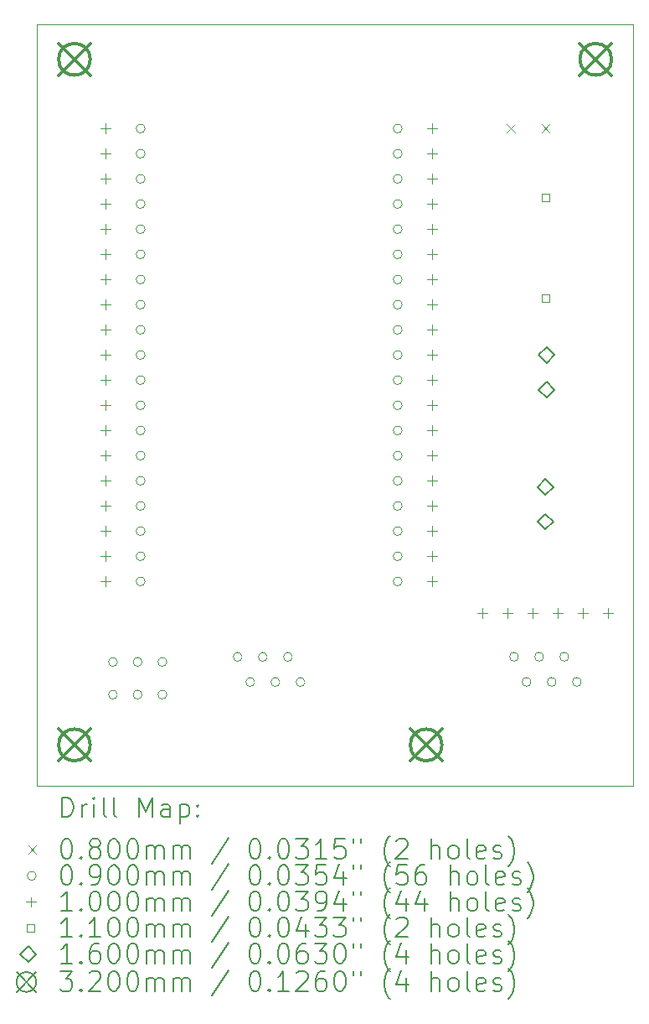
<source format=gbr>
%TF.GenerationSoftware,KiCad,Pcbnew,7.0.10*%
%TF.CreationDate,2024-03-27T14:17:34+01:00*%
%TF.ProjectId,carte pami,63617274-6520-4706-916d-692e6b696361,rev?*%
%TF.SameCoordinates,Original*%
%TF.FileFunction,Drillmap*%
%TF.FilePolarity,Positive*%
%FSLAX45Y45*%
G04 Gerber Fmt 4.5, Leading zero omitted, Abs format (unit mm)*
G04 Created by KiCad (PCBNEW 7.0.10) date 2024-03-27 14:17:34*
%MOMM*%
%LPD*%
G01*
G04 APERTURE LIST*
%ADD10C,0.100000*%
%ADD11C,0.200000*%
%ADD12C,0.110000*%
%ADD13C,0.160000*%
%ADD14C,0.320000*%
G04 APERTURE END LIST*
D10*
X9398000Y-4286250D02*
X15430500Y-4286250D01*
X15430500Y-11969750D01*
X9398000Y-11969750D01*
X9398000Y-4286250D01*
D11*
D10*
X14151500Y-5294000D02*
X14231500Y-5374000D01*
X14231500Y-5294000D02*
X14151500Y-5374000D01*
X14501500Y-5294000D02*
X14581500Y-5374000D01*
X14581500Y-5294000D02*
X14501500Y-5374000D01*
X10213000Y-10719000D02*
G75*
G03*
X10123000Y-10719000I-45000J0D01*
G01*
X10123000Y-10719000D02*
G75*
G03*
X10213000Y-10719000I45000J0D01*
G01*
X10213000Y-11049000D02*
G75*
G03*
X10123000Y-11049000I-45000J0D01*
G01*
X10123000Y-11049000D02*
G75*
G03*
X10213000Y-11049000I45000J0D01*
G01*
X10463000Y-10719000D02*
G75*
G03*
X10373000Y-10719000I-45000J0D01*
G01*
X10373000Y-10719000D02*
G75*
G03*
X10463000Y-10719000I45000J0D01*
G01*
X10463000Y-11049000D02*
G75*
G03*
X10373000Y-11049000I-45000J0D01*
G01*
X10373000Y-11049000D02*
G75*
G03*
X10463000Y-11049000I45000J0D01*
G01*
X10492500Y-5334000D02*
G75*
G03*
X10402500Y-5334000I-45000J0D01*
G01*
X10402500Y-5334000D02*
G75*
G03*
X10492500Y-5334000I45000J0D01*
G01*
X10492500Y-5588000D02*
G75*
G03*
X10402500Y-5588000I-45000J0D01*
G01*
X10402500Y-5588000D02*
G75*
G03*
X10492500Y-5588000I45000J0D01*
G01*
X10492500Y-5842000D02*
G75*
G03*
X10402500Y-5842000I-45000J0D01*
G01*
X10402500Y-5842000D02*
G75*
G03*
X10492500Y-5842000I45000J0D01*
G01*
X10492500Y-6096000D02*
G75*
G03*
X10402500Y-6096000I-45000J0D01*
G01*
X10402500Y-6096000D02*
G75*
G03*
X10492500Y-6096000I45000J0D01*
G01*
X10492500Y-6350000D02*
G75*
G03*
X10402500Y-6350000I-45000J0D01*
G01*
X10402500Y-6350000D02*
G75*
G03*
X10492500Y-6350000I45000J0D01*
G01*
X10492500Y-6604000D02*
G75*
G03*
X10402500Y-6604000I-45000J0D01*
G01*
X10402500Y-6604000D02*
G75*
G03*
X10492500Y-6604000I45000J0D01*
G01*
X10492500Y-6858000D02*
G75*
G03*
X10402500Y-6858000I-45000J0D01*
G01*
X10402500Y-6858000D02*
G75*
G03*
X10492500Y-6858000I45000J0D01*
G01*
X10492500Y-7112000D02*
G75*
G03*
X10402500Y-7112000I-45000J0D01*
G01*
X10402500Y-7112000D02*
G75*
G03*
X10492500Y-7112000I45000J0D01*
G01*
X10492500Y-7366000D02*
G75*
G03*
X10402500Y-7366000I-45000J0D01*
G01*
X10402500Y-7366000D02*
G75*
G03*
X10492500Y-7366000I45000J0D01*
G01*
X10492500Y-7620000D02*
G75*
G03*
X10402500Y-7620000I-45000J0D01*
G01*
X10402500Y-7620000D02*
G75*
G03*
X10492500Y-7620000I45000J0D01*
G01*
X10492500Y-7874000D02*
G75*
G03*
X10402500Y-7874000I-45000J0D01*
G01*
X10402500Y-7874000D02*
G75*
G03*
X10492500Y-7874000I45000J0D01*
G01*
X10492500Y-8128000D02*
G75*
G03*
X10402500Y-8128000I-45000J0D01*
G01*
X10402500Y-8128000D02*
G75*
G03*
X10492500Y-8128000I45000J0D01*
G01*
X10492500Y-8382000D02*
G75*
G03*
X10402500Y-8382000I-45000J0D01*
G01*
X10402500Y-8382000D02*
G75*
G03*
X10492500Y-8382000I45000J0D01*
G01*
X10492500Y-8636000D02*
G75*
G03*
X10402500Y-8636000I-45000J0D01*
G01*
X10402500Y-8636000D02*
G75*
G03*
X10492500Y-8636000I45000J0D01*
G01*
X10492500Y-8890000D02*
G75*
G03*
X10402500Y-8890000I-45000J0D01*
G01*
X10402500Y-8890000D02*
G75*
G03*
X10492500Y-8890000I45000J0D01*
G01*
X10492500Y-9144000D02*
G75*
G03*
X10402500Y-9144000I-45000J0D01*
G01*
X10402500Y-9144000D02*
G75*
G03*
X10492500Y-9144000I45000J0D01*
G01*
X10492500Y-9398000D02*
G75*
G03*
X10402500Y-9398000I-45000J0D01*
G01*
X10402500Y-9398000D02*
G75*
G03*
X10492500Y-9398000I45000J0D01*
G01*
X10492500Y-9652000D02*
G75*
G03*
X10402500Y-9652000I-45000J0D01*
G01*
X10402500Y-9652000D02*
G75*
G03*
X10492500Y-9652000I45000J0D01*
G01*
X10492500Y-9906000D02*
G75*
G03*
X10402500Y-9906000I-45000J0D01*
G01*
X10402500Y-9906000D02*
G75*
G03*
X10492500Y-9906000I45000J0D01*
G01*
X10713000Y-10719000D02*
G75*
G03*
X10623000Y-10719000I-45000J0D01*
G01*
X10623000Y-10719000D02*
G75*
G03*
X10713000Y-10719000I45000J0D01*
G01*
X10713000Y-11049000D02*
G75*
G03*
X10623000Y-11049000I-45000J0D01*
G01*
X10623000Y-11049000D02*
G75*
G03*
X10713000Y-11049000I45000J0D01*
G01*
X11474500Y-10668000D02*
G75*
G03*
X11384500Y-10668000I-45000J0D01*
G01*
X11384500Y-10668000D02*
G75*
G03*
X11474500Y-10668000I45000J0D01*
G01*
X11601500Y-10922000D02*
G75*
G03*
X11511500Y-10922000I-45000J0D01*
G01*
X11511500Y-10922000D02*
G75*
G03*
X11601500Y-10922000I45000J0D01*
G01*
X11728500Y-10668000D02*
G75*
G03*
X11638500Y-10668000I-45000J0D01*
G01*
X11638500Y-10668000D02*
G75*
G03*
X11728500Y-10668000I45000J0D01*
G01*
X11855500Y-10922000D02*
G75*
G03*
X11765500Y-10922000I-45000J0D01*
G01*
X11765500Y-10922000D02*
G75*
G03*
X11855500Y-10922000I45000J0D01*
G01*
X11982500Y-10668000D02*
G75*
G03*
X11892500Y-10668000I-45000J0D01*
G01*
X11892500Y-10668000D02*
G75*
G03*
X11982500Y-10668000I45000J0D01*
G01*
X12109500Y-10922000D02*
G75*
G03*
X12019500Y-10922000I-45000J0D01*
G01*
X12019500Y-10922000D02*
G75*
G03*
X12109500Y-10922000I45000J0D01*
G01*
X13092500Y-5334000D02*
G75*
G03*
X13002500Y-5334000I-45000J0D01*
G01*
X13002500Y-5334000D02*
G75*
G03*
X13092500Y-5334000I45000J0D01*
G01*
X13092500Y-5588000D02*
G75*
G03*
X13002500Y-5588000I-45000J0D01*
G01*
X13002500Y-5588000D02*
G75*
G03*
X13092500Y-5588000I45000J0D01*
G01*
X13092500Y-5842000D02*
G75*
G03*
X13002500Y-5842000I-45000J0D01*
G01*
X13002500Y-5842000D02*
G75*
G03*
X13092500Y-5842000I45000J0D01*
G01*
X13092500Y-6096000D02*
G75*
G03*
X13002500Y-6096000I-45000J0D01*
G01*
X13002500Y-6096000D02*
G75*
G03*
X13092500Y-6096000I45000J0D01*
G01*
X13092500Y-6350000D02*
G75*
G03*
X13002500Y-6350000I-45000J0D01*
G01*
X13002500Y-6350000D02*
G75*
G03*
X13092500Y-6350000I45000J0D01*
G01*
X13092500Y-6604000D02*
G75*
G03*
X13002500Y-6604000I-45000J0D01*
G01*
X13002500Y-6604000D02*
G75*
G03*
X13092500Y-6604000I45000J0D01*
G01*
X13092500Y-6858000D02*
G75*
G03*
X13002500Y-6858000I-45000J0D01*
G01*
X13002500Y-6858000D02*
G75*
G03*
X13092500Y-6858000I45000J0D01*
G01*
X13092500Y-7112000D02*
G75*
G03*
X13002500Y-7112000I-45000J0D01*
G01*
X13002500Y-7112000D02*
G75*
G03*
X13092500Y-7112000I45000J0D01*
G01*
X13092500Y-7366000D02*
G75*
G03*
X13002500Y-7366000I-45000J0D01*
G01*
X13002500Y-7366000D02*
G75*
G03*
X13092500Y-7366000I45000J0D01*
G01*
X13092500Y-7620000D02*
G75*
G03*
X13002500Y-7620000I-45000J0D01*
G01*
X13002500Y-7620000D02*
G75*
G03*
X13092500Y-7620000I45000J0D01*
G01*
X13092500Y-7874000D02*
G75*
G03*
X13002500Y-7874000I-45000J0D01*
G01*
X13002500Y-7874000D02*
G75*
G03*
X13092500Y-7874000I45000J0D01*
G01*
X13092500Y-8128000D02*
G75*
G03*
X13002500Y-8128000I-45000J0D01*
G01*
X13002500Y-8128000D02*
G75*
G03*
X13092500Y-8128000I45000J0D01*
G01*
X13092500Y-8382000D02*
G75*
G03*
X13002500Y-8382000I-45000J0D01*
G01*
X13002500Y-8382000D02*
G75*
G03*
X13092500Y-8382000I45000J0D01*
G01*
X13092500Y-8636000D02*
G75*
G03*
X13002500Y-8636000I-45000J0D01*
G01*
X13002500Y-8636000D02*
G75*
G03*
X13092500Y-8636000I45000J0D01*
G01*
X13092500Y-8890000D02*
G75*
G03*
X13002500Y-8890000I-45000J0D01*
G01*
X13002500Y-8890000D02*
G75*
G03*
X13092500Y-8890000I45000J0D01*
G01*
X13092500Y-9144000D02*
G75*
G03*
X13002500Y-9144000I-45000J0D01*
G01*
X13002500Y-9144000D02*
G75*
G03*
X13092500Y-9144000I45000J0D01*
G01*
X13092500Y-9398000D02*
G75*
G03*
X13002500Y-9398000I-45000J0D01*
G01*
X13002500Y-9398000D02*
G75*
G03*
X13092500Y-9398000I45000J0D01*
G01*
X13092500Y-9652000D02*
G75*
G03*
X13002500Y-9652000I-45000J0D01*
G01*
X13002500Y-9652000D02*
G75*
G03*
X13092500Y-9652000I45000J0D01*
G01*
X13092500Y-9906000D02*
G75*
G03*
X13002500Y-9906000I-45000J0D01*
G01*
X13002500Y-9906000D02*
G75*
G03*
X13092500Y-9906000I45000J0D01*
G01*
X14268500Y-10667000D02*
G75*
G03*
X14178500Y-10667000I-45000J0D01*
G01*
X14178500Y-10667000D02*
G75*
G03*
X14268500Y-10667000I45000J0D01*
G01*
X14395500Y-10921000D02*
G75*
G03*
X14305500Y-10921000I-45000J0D01*
G01*
X14305500Y-10921000D02*
G75*
G03*
X14395500Y-10921000I45000J0D01*
G01*
X14522500Y-10667000D02*
G75*
G03*
X14432500Y-10667000I-45000J0D01*
G01*
X14432500Y-10667000D02*
G75*
G03*
X14522500Y-10667000I45000J0D01*
G01*
X14649500Y-10921000D02*
G75*
G03*
X14559500Y-10921000I-45000J0D01*
G01*
X14559500Y-10921000D02*
G75*
G03*
X14649500Y-10921000I45000J0D01*
G01*
X14776500Y-10667000D02*
G75*
G03*
X14686500Y-10667000I-45000J0D01*
G01*
X14686500Y-10667000D02*
G75*
G03*
X14776500Y-10667000I45000J0D01*
G01*
X14903500Y-10921000D02*
G75*
G03*
X14813500Y-10921000I-45000J0D01*
G01*
X14813500Y-10921000D02*
G75*
G03*
X14903500Y-10921000I45000J0D01*
G01*
X10096500Y-5284000D02*
X10096500Y-5384000D01*
X10046500Y-5334000D02*
X10146500Y-5334000D01*
X10096500Y-5538000D02*
X10096500Y-5638000D01*
X10046500Y-5588000D02*
X10146500Y-5588000D01*
X10096500Y-5792000D02*
X10096500Y-5892000D01*
X10046500Y-5842000D02*
X10146500Y-5842000D01*
X10096500Y-6046000D02*
X10096500Y-6146000D01*
X10046500Y-6096000D02*
X10146500Y-6096000D01*
X10096500Y-6300000D02*
X10096500Y-6400000D01*
X10046500Y-6350000D02*
X10146500Y-6350000D01*
X10096500Y-6554000D02*
X10096500Y-6654000D01*
X10046500Y-6604000D02*
X10146500Y-6604000D01*
X10096500Y-6808000D02*
X10096500Y-6908000D01*
X10046500Y-6858000D02*
X10146500Y-6858000D01*
X10096500Y-7062000D02*
X10096500Y-7162000D01*
X10046500Y-7112000D02*
X10146500Y-7112000D01*
X10096500Y-7316000D02*
X10096500Y-7416000D01*
X10046500Y-7366000D02*
X10146500Y-7366000D01*
X10096500Y-7570000D02*
X10096500Y-7670000D01*
X10046500Y-7620000D02*
X10146500Y-7620000D01*
X10096500Y-7824000D02*
X10096500Y-7924000D01*
X10046500Y-7874000D02*
X10146500Y-7874000D01*
X10096500Y-8078000D02*
X10096500Y-8178000D01*
X10046500Y-8128000D02*
X10146500Y-8128000D01*
X10096500Y-8332000D02*
X10096500Y-8432000D01*
X10046500Y-8382000D02*
X10146500Y-8382000D01*
X10096500Y-8586000D02*
X10096500Y-8686000D01*
X10046500Y-8636000D02*
X10146500Y-8636000D01*
X10096500Y-8840000D02*
X10096500Y-8940000D01*
X10046500Y-8890000D02*
X10146500Y-8890000D01*
X10096500Y-9094000D02*
X10096500Y-9194000D01*
X10046500Y-9144000D02*
X10146500Y-9144000D01*
X10096500Y-9348000D02*
X10096500Y-9448000D01*
X10046500Y-9398000D02*
X10146500Y-9398000D01*
X10096500Y-9602000D02*
X10096500Y-9702000D01*
X10046500Y-9652000D02*
X10146500Y-9652000D01*
X10096500Y-9856000D02*
X10096500Y-9956000D01*
X10046500Y-9906000D02*
X10146500Y-9906000D01*
X13398500Y-5284000D02*
X13398500Y-5384000D01*
X13348500Y-5334000D02*
X13448500Y-5334000D01*
X13398500Y-5538000D02*
X13398500Y-5638000D01*
X13348500Y-5588000D02*
X13448500Y-5588000D01*
X13398500Y-5792000D02*
X13398500Y-5892000D01*
X13348500Y-5842000D02*
X13448500Y-5842000D01*
X13398500Y-6046000D02*
X13398500Y-6146000D01*
X13348500Y-6096000D02*
X13448500Y-6096000D01*
X13398500Y-6300000D02*
X13398500Y-6400000D01*
X13348500Y-6350000D02*
X13448500Y-6350000D01*
X13398500Y-6554000D02*
X13398500Y-6654000D01*
X13348500Y-6604000D02*
X13448500Y-6604000D01*
X13398500Y-6808000D02*
X13398500Y-6908000D01*
X13348500Y-6858000D02*
X13448500Y-6858000D01*
X13398500Y-7062000D02*
X13398500Y-7162000D01*
X13348500Y-7112000D02*
X13448500Y-7112000D01*
X13398500Y-7316000D02*
X13398500Y-7416000D01*
X13348500Y-7366000D02*
X13448500Y-7366000D01*
X13398500Y-7570000D02*
X13398500Y-7670000D01*
X13348500Y-7620000D02*
X13448500Y-7620000D01*
X13398500Y-7824000D02*
X13398500Y-7924000D01*
X13348500Y-7874000D02*
X13448500Y-7874000D01*
X13398500Y-8078000D02*
X13398500Y-8178000D01*
X13348500Y-8128000D02*
X13448500Y-8128000D01*
X13398500Y-8332000D02*
X13398500Y-8432000D01*
X13348500Y-8382000D02*
X13448500Y-8382000D01*
X13398500Y-8586000D02*
X13398500Y-8686000D01*
X13348500Y-8636000D02*
X13448500Y-8636000D01*
X13398500Y-8840000D02*
X13398500Y-8940000D01*
X13348500Y-8890000D02*
X13448500Y-8890000D01*
X13398500Y-9094000D02*
X13398500Y-9194000D01*
X13348500Y-9144000D02*
X13448500Y-9144000D01*
X13398500Y-9348000D02*
X13398500Y-9448000D01*
X13348500Y-9398000D02*
X13448500Y-9398000D01*
X13398500Y-9602000D02*
X13398500Y-9702000D01*
X13348500Y-9652000D02*
X13448500Y-9652000D01*
X13398500Y-9856000D02*
X13398500Y-9956000D01*
X13348500Y-9906000D02*
X13448500Y-9906000D01*
X13906500Y-10173500D02*
X13906500Y-10273500D01*
X13856500Y-10223500D02*
X13956500Y-10223500D01*
X14160500Y-10173500D02*
X14160500Y-10273500D01*
X14110500Y-10223500D02*
X14210500Y-10223500D01*
X14414500Y-10173500D02*
X14414500Y-10273500D01*
X14364500Y-10223500D02*
X14464500Y-10223500D01*
X14668500Y-10173500D02*
X14668500Y-10273500D01*
X14618500Y-10223500D02*
X14718500Y-10223500D01*
X14922500Y-10173500D02*
X14922500Y-10273500D01*
X14872500Y-10223500D02*
X14972500Y-10223500D01*
X15176500Y-10173500D02*
X15176500Y-10273500D01*
X15126500Y-10223500D02*
X15226500Y-10223500D01*
D12*
X14580391Y-6071391D02*
X14580391Y-5993609D01*
X14502609Y-5993609D01*
X14502609Y-6071391D01*
X14580391Y-6071391D01*
X14580391Y-7087391D02*
X14580391Y-7009609D01*
X14502609Y-7009609D01*
X14502609Y-7087391D01*
X14580391Y-7087391D01*
D13*
X14541500Y-9033500D02*
X14621500Y-8953500D01*
X14541500Y-8873500D01*
X14461500Y-8953500D01*
X14541500Y-9033500D01*
X14541500Y-9383500D02*
X14621500Y-9303500D01*
X14541500Y-9223500D01*
X14461500Y-9303500D01*
X14541500Y-9383500D01*
X14551500Y-7700500D02*
X14631500Y-7620500D01*
X14551500Y-7540500D01*
X14471500Y-7620500D01*
X14551500Y-7700500D01*
X14551500Y-8050500D02*
X14631500Y-7970500D01*
X14551500Y-7890500D01*
X14471500Y-7970500D01*
X14551500Y-8050500D01*
D14*
X9619000Y-4475500D02*
X9939000Y-4795500D01*
X9939000Y-4475500D02*
X9619000Y-4795500D01*
X9939000Y-4635500D02*
G75*
G03*
X9619000Y-4635500I-160000J0D01*
G01*
X9619000Y-4635500D02*
G75*
G03*
X9939000Y-4635500I160000J0D01*
G01*
X9619000Y-11397000D02*
X9939000Y-11717000D01*
X9939000Y-11397000D02*
X9619000Y-11717000D01*
X9939000Y-11557000D02*
G75*
G03*
X9619000Y-11557000I-160000J0D01*
G01*
X9619000Y-11557000D02*
G75*
G03*
X9939000Y-11557000I160000J0D01*
G01*
X13175000Y-11397000D02*
X13495000Y-11717000D01*
X13495000Y-11397000D02*
X13175000Y-11717000D01*
X13495000Y-11557000D02*
G75*
G03*
X13175000Y-11557000I-160000J0D01*
G01*
X13175000Y-11557000D02*
G75*
G03*
X13495000Y-11557000I160000J0D01*
G01*
X14889500Y-4475500D02*
X15209500Y-4795500D01*
X15209500Y-4475500D02*
X14889500Y-4795500D01*
X15209500Y-4635500D02*
G75*
G03*
X14889500Y-4635500I-160000J0D01*
G01*
X14889500Y-4635500D02*
G75*
G03*
X15209500Y-4635500I160000J0D01*
G01*
D11*
X9653777Y-12286234D02*
X9653777Y-12086234D01*
X9653777Y-12086234D02*
X9701396Y-12086234D01*
X9701396Y-12086234D02*
X9729967Y-12095758D01*
X9729967Y-12095758D02*
X9749015Y-12114805D01*
X9749015Y-12114805D02*
X9758539Y-12133853D01*
X9758539Y-12133853D02*
X9768063Y-12171948D01*
X9768063Y-12171948D02*
X9768063Y-12200519D01*
X9768063Y-12200519D02*
X9758539Y-12238615D01*
X9758539Y-12238615D02*
X9749015Y-12257662D01*
X9749015Y-12257662D02*
X9729967Y-12276710D01*
X9729967Y-12276710D02*
X9701396Y-12286234D01*
X9701396Y-12286234D02*
X9653777Y-12286234D01*
X9853777Y-12286234D02*
X9853777Y-12152900D01*
X9853777Y-12190996D02*
X9863301Y-12171948D01*
X9863301Y-12171948D02*
X9872824Y-12162424D01*
X9872824Y-12162424D02*
X9891872Y-12152900D01*
X9891872Y-12152900D02*
X9910920Y-12152900D01*
X9977586Y-12286234D02*
X9977586Y-12152900D01*
X9977586Y-12086234D02*
X9968063Y-12095758D01*
X9968063Y-12095758D02*
X9977586Y-12105281D01*
X9977586Y-12105281D02*
X9987110Y-12095758D01*
X9987110Y-12095758D02*
X9977586Y-12086234D01*
X9977586Y-12086234D02*
X9977586Y-12105281D01*
X10101396Y-12286234D02*
X10082348Y-12276710D01*
X10082348Y-12276710D02*
X10072824Y-12257662D01*
X10072824Y-12257662D02*
X10072824Y-12086234D01*
X10206158Y-12286234D02*
X10187110Y-12276710D01*
X10187110Y-12276710D02*
X10177586Y-12257662D01*
X10177586Y-12257662D02*
X10177586Y-12086234D01*
X10434729Y-12286234D02*
X10434729Y-12086234D01*
X10434729Y-12086234D02*
X10501396Y-12229091D01*
X10501396Y-12229091D02*
X10568063Y-12086234D01*
X10568063Y-12086234D02*
X10568063Y-12286234D01*
X10749015Y-12286234D02*
X10749015Y-12181472D01*
X10749015Y-12181472D02*
X10739491Y-12162424D01*
X10739491Y-12162424D02*
X10720444Y-12152900D01*
X10720444Y-12152900D02*
X10682348Y-12152900D01*
X10682348Y-12152900D02*
X10663301Y-12162424D01*
X10749015Y-12276710D02*
X10729967Y-12286234D01*
X10729967Y-12286234D02*
X10682348Y-12286234D01*
X10682348Y-12286234D02*
X10663301Y-12276710D01*
X10663301Y-12276710D02*
X10653777Y-12257662D01*
X10653777Y-12257662D02*
X10653777Y-12238615D01*
X10653777Y-12238615D02*
X10663301Y-12219567D01*
X10663301Y-12219567D02*
X10682348Y-12210043D01*
X10682348Y-12210043D02*
X10729967Y-12210043D01*
X10729967Y-12210043D02*
X10749015Y-12200519D01*
X10844253Y-12152900D02*
X10844253Y-12352900D01*
X10844253Y-12162424D02*
X10863301Y-12152900D01*
X10863301Y-12152900D02*
X10901396Y-12152900D01*
X10901396Y-12152900D02*
X10920444Y-12162424D01*
X10920444Y-12162424D02*
X10929967Y-12171948D01*
X10929967Y-12171948D02*
X10939491Y-12190996D01*
X10939491Y-12190996D02*
X10939491Y-12248138D01*
X10939491Y-12248138D02*
X10929967Y-12267186D01*
X10929967Y-12267186D02*
X10920444Y-12276710D01*
X10920444Y-12276710D02*
X10901396Y-12286234D01*
X10901396Y-12286234D02*
X10863301Y-12286234D01*
X10863301Y-12286234D02*
X10844253Y-12276710D01*
X11025205Y-12267186D02*
X11034729Y-12276710D01*
X11034729Y-12276710D02*
X11025205Y-12286234D01*
X11025205Y-12286234D02*
X11015682Y-12276710D01*
X11015682Y-12276710D02*
X11025205Y-12267186D01*
X11025205Y-12267186D02*
X11025205Y-12286234D01*
X11025205Y-12162424D02*
X11034729Y-12171948D01*
X11034729Y-12171948D02*
X11025205Y-12181472D01*
X11025205Y-12181472D02*
X11015682Y-12171948D01*
X11015682Y-12171948D02*
X11025205Y-12162424D01*
X11025205Y-12162424D02*
X11025205Y-12181472D01*
D10*
X9313000Y-12574750D02*
X9393000Y-12654750D01*
X9393000Y-12574750D02*
X9313000Y-12654750D01*
D11*
X9691872Y-12506234D02*
X9710920Y-12506234D01*
X9710920Y-12506234D02*
X9729967Y-12515758D01*
X9729967Y-12515758D02*
X9739491Y-12525281D01*
X9739491Y-12525281D02*
X9749015Y-12544329D01*
X9749015Y-12544329D02*
X9758539Y-12582424D01*
X9758539Y-12582424D02*
X9758539Y-12630043D01*
X9758539Y-12630043D02*
X9749015Y-12668138D01*
X9749015Y-12668138D02*
X9739491Y-12687186D01*
X9739491Y-12687186D02*
X9729967Y-12696710D01*
X9729967Y-12696710D02*
X9710920Y-12706234D01*
X9710920Y-12706234D02*
X9691872Y-12706234D01*
X9691872Y-12706234D02*
X9672824Y-12696710D01*
X9672824Y-12696710D02*
X9663301Y-12687186D01*
X9663301Y-12687186D02*
X9653777Y-12668138D01*
X9653777Y-12668138D02*
X9644253Y-12630043D01*
X9644253Y-12630043D02*
X9644253Y-12582424D01*
X9644253Y-12582424D02*
X9653777Y-12544329D01*
X9653777Y-12544329D02*
X9663301Y-12525281D01*
X9663301Y-12525281D02*
X9672824Y-12515758D01*
X9672824Y-12515758D02*
X9691872Y-12506234D01*
X9844253Y-12687186D02*
X9853777Y-12696710D01*
X9853777Y-12696710D02*
X9844253Y-12706234D01*
X9844253Y-12706234D02*
X9834729Y-12696710D01*
X9834729Y-12696710D02*
X9844253Y-12687186D01*
X9844253Y-12687186D02*
X9844253Y-12706234D01*
X9968063Y-12591948D02*
X9949015Y-12582424D01*
X9949015Y-12582424D02*
X9939491Y-12572900D01*
X9939491Y-12572900D02*
X9929967Y-12553853D01*
X9929967Y-12553853D02*
X9929967Y-12544329D01*
X9929967Y-12544329D02*
X9939491Y-12525281D01*
X9939491Y-12525281D02*
X9949015Y-12515758D01*
X9949015Y-12515758D02*
X9968063Y-12506234D01*
X9968063Y-12506234D02*
X10006158Y-12506234D01*
X10006158Y-12506234D02*
X10025205Y-12515758D01*
X10025205Y-12515758D02*
X10034729Y-12525281D01*
X10034729Y-12525281D02*
X10044253Y-12544329D01*
X10044253Y-12544329D02*
X10044253Y-12553853D01*
X10044253Y-12553853D02*
X10034729Y-12572900D01*
X10034729Y-12572900D02*
X10025205Y-12582424D01*
X10025205Y-12582424D02*
X10006158Y-12591948D01*
X10006158Y-12591948D02*
X9968063Y-12591948D01*
X9968063Y-12591948D02*
X9949015Y-12601472D01*
X9949015Y-12601472D02*
X9939491Y-12610996D01*
X9939491Y-12610996D02*
X9929967Y-12630043D01*
X9929967Y-12630043D02*
X9929967Y-12668138D01*
X9929967Y-12668138D02*
X9939491Y-12687186D01*
X9939491Y-12687186D02*
X9949015Y-12696710D01*
X9949015Y-12696710D02*
X9968063Y-12706234D01*
X9968063Y-12706234D02*
X10006158Y-12706234D01*
X10006158Y-12706234D02*
X10025205Y-12696710D01*
X10025205Y-12696710D02*
X10034729Y-12687186D01*
X10034729Y-12687186D02*
X10044253Y-12668138D01*
X10044253Y-12668138D02*
X10044253Y-12630043D01*
X10044253Y-12630043D02*
X10034729Y-12610996D01*
X10034729Y-12610996D02*
X10025205Y-12601472D01*
X10025205Y-12601472D02*
X10006158Y-12591948D01*
X10168063Y-12506234D02*
X10187110Y-12506234D01*
X10187110Y-12506234D02*
X10206158Y-12515758D01*
X10206158Y-12515758D02*
X10215682Y-12525281D01*
X10215682Y-12525281D02*
X10225205Y-12544329D01*
X10225205Y-12544329D02*
X10234729Y-12582424D01*
X10234729Y-12582424D02*
X10234729Y-12630043D01*
X10234729Y-12630043D02*
X10225205Y-12668138D01*
X10225205Y-12668138D02*
X10215682Y-12687186D01*
X10215682Y-12687186D02*
X10206158Y-12696710D01*
X10206158Y-12696710D02*
X10187110Y-12706234D01*
X10187110Y-12706234D02*
X10168063Y-12706234D01*
X10168063Y-12706234D02*
X10149015Y-12696710D01*
X10149015Y-12696710D02*
X10139491Y-12687186D01*
X10139491Y-12687186D02*
X10129967Y-12668138D01*
X10129967Y-12668138D02*
X10120444Y-12630043D01*
X10120444Y-12630043D02*
X10120444Y-12582424D01*
X10120444Y-12582424D02*
X10129967Y-12544329D01*
X10129967Y-12544329D02*
X10139491Y-12525281D01*
X10139491Y-12525281D02*
X10149015Y-12515758D01*
X10149015Y-12515758D02*
X10168063Y-12506234D01*
X10358539Y-12506234D02*
X10377586Y-12506234D01*
X10377586Y-12506234D02*
X10396634Y-12515758D01*
X10396634Y-12515758D02*
X10406158Y-12525281D01*
X10406158Y-12525281D02*
X10415682Y-12544329D01*
X10415682Y-12544329D02*
X10425205Y-12582424D01*
X10425205Y-12582424D02*
X10425205Y-12630043D01*
X10425205Y-12630043D02*
X10415682Y-12668138D01*
X10415682Y-12668138D02*
X10406158Y-12687186D01*
X10406158Y-12687186D02*
X10396634Y-12696710D01*
X10396634Y-12696710D02*
X10377586Y-12706234D01*
X10377586Y-12706234D02*
X10358539Y-12706234D01*
X10358539Y-12706234D02*
X10339491Y-12696710D01*
X10339491Y-12696710D02*
X10329967Y-12687186D01*
X10329967Y-12687186D02*
X10320444Y-12668138D01*
X10320444Y-12668138D02*
X10310920Y-12630043D01*
X10310920Y-12630043D02*
X10310920Y-12582424D01*
X10310920Y-12582424D02*
X10320444Y-12544329D01*
X10320444Y-12544329D02*
X10329967Y-12525281D01*
X10329967Y-12525281D02*
X10339491Y-12515758D01*
X10339491Y-12515758D02*
X10358539Y-12506234D01*
X10510920Y-12706234D02*
X10510920Y-12572900D01*
X10510920Y-12591948D02*
X10520444Y-12582424D01*
X10520444Y-12582424D02*
X10539491Y-12572900D01*
X10539491Y-12572900D02*
X10568063Y-12572900D01*
X10568063Y-12572900D02*
X10587110Y-12582424D01*
X10587110Y-12582424D02*
X10596634Y-12601472D01*
X10596634Y-12601472D02*
X10596634Y-12706234D01*
X10596634Y-12601472D02*
X10606158Y-12582424D01*
X10606158Y-12582424D02*
X10625205Y-12572900D01*
X10625205Y-12572900D02*
X10653777Y-12572900D01*
X10653777Y-12572900D02*
X10672825Y-12582424D01*
X10672825Y-12582424D02*
X10682348Y-12601472D01*
X10682348Y-12601472D02*
X10682348Y-12706234D01*
X10777586Y-12706234D02*
X10777586Y-12572900D01*
X10777586Y-12591948D02*
X10787110Y-12582424D01*
X10787110Y-12582424D02*
X10806158Y-12572900D01*
X10806158Y-12572900D02*
X10834729Y-12572900D01*
X10834729Y-12572900D02*
X10853777Y-12582424D01*
X10853777Y-12582424D02*
X10863301Y-12601472D01*
X10863301Y-12601472D02*
X10863301Y-12706234D01*
X10863301Y-12601472D02*
X10872825Y-12582424D01*
X10872825Y-12582424D02*
X10891872Y-12572900D01*
X10891872Y-12572900D02*
X10920444Y-12572900D01*
X10920444Y-12572900D02*
X10939491Y-12582424D01*
X10939491Y-12582424D02*
X10949015Y-12601472D01*
X10949015Y-12601472D02*
X10949015Y-12706234D01*
X11339491Y-12496710D02*
X11168063Y-12753853D01*
X11596634Y-12506234D02*
X11615682Y-12506234D01*
X11615682Y-12506234D02*
X11634729Y-12515758D01*
X11634729Y-12515758D02*
X11644253Y-12525281D01*
X11644253Y-12525281D02*
X11653777Y-12544329D01*
X11653777Y-12544329D02*
X11663301Y-12582424D01*
X11663301Y-12582424D02*
X11663301Y-12630043D01*
X11663301Y-12630043D02*
X11653777Y-12668138D01*
X11653777Y-12668138D02*
X11644253Y-12687186D01*
X11644253Y-12687186D02*
X11634729Y-12696710D01*
X11634729Y-12696710D02*
X11615682Y-12706234D01*
X11615682Y-12706234D02*
X11596634Y-12706234D01*
X11596634Y-12706234D02*
X11577586Y-12696710D01*
X11577586Y-12696710D02*
X11568063Y-12687186D01*
X11568063Y-12687186D02*
X11558539Y-12668138D01*
X11558539Y-12668138D02*
X11549015Y-12630043D01*
X11549015Y-12630043D02*
X11549015Y-12582424D01*
X11549015Y-12582424D02*
X11558539Y-12544329D01*
X11558539Y-12544329D02*
X11568063Y-12525281D01*
X11568063Y-12525281D02*
X11577586Y-12515758D01*
X11577586Y-12515758D02*
X11596634Y-12506234D01*
X11749015Y-12687186D02*
X11758539Y-12696710D01*
X11758539Y-12696710D02*
X11749015Y-12706234D01*
X11749015Y-12706234D02*
X11739491Y-12696710D01*
X11739491Y-12696710D02*
X11749015Y-12687186D01*
X11749015Y-12687186D02*
X11749015Y-12706234D01*
X11882348Y-12506234D02*
X11901396Y-12506234D01*
X11901396Y-12506234D02*
X11920444Y-12515758D01*
X11920444Y-12515758D02*
X11929967Y-12525281D01*
X11929967Y-12525281D02*
X11939491Y-12544329D01*
X11939491Y-12544329D02*
X11949015Y-12582424D01*
X11949015Y-12582424D02*
X11949015Y-12630043D01*
X11949015Y-12630043D02*
X11939491Y-12668138D01*
X11939491Y-12668138D02*
X11929967Y-12687186D01*
X11929967Y-12687186D02*
X11920444Y-12696710D01*
X11920444Y-12696710D02*
X11901396Y-12706234D01*
X11901396Y-12706234D02*
X11882348Y-12706234D01*
X11882348Y-12706234D02*
X11863301Y-12696710D01*
X11863301Y-12696710D02*
X11853777Y-12687186D01*
X11853777Y-12687186D02*
X11844253Y-12668138D01*
X11844253Y-12668138D02*
X11834729Y-12630043D01*
X11834729Y-12630043D02*
X11834729Y-12582424D01*
X11834729Y-12582424D02*
X11844253Y-12544329D01*
X11844253Y-12544329D02*
X11853777Y-12525281D01*
X11853777Y-12525281D02*
X11863301Y-12515758D01*
X11863301Y-12515758D02*
X11882348Y-12506234D01*
X12015682Y-12506234D02*
X12139491Y-12506234D01*
X12139491Y-12506234D02*
X12072825Y-12582424D01*
X12072825Y-12582424D02*
X12101396Y-12582424D01*
X12101396Y-12582424D02*
X12120444Y-12591948D01*
X12120444Y-12591948D02*
X12129967Y-12601472D01*
X12129967Y-12601472D02*
X12139491Y-12620519D01*
X12139491Y-12620519D02*
X12139491Y-12668138D01*
X12139491Y-12668138D02*
X12129967Y-12687186D01*
X12129967Y-12687186D02*
X12120444Y-12696710D01*
X12120444Y-12696710D02*
X12101396Y-12706234D01*
X12101396Y-12706234D02*
X12044253Y-12706234D01*
X12044253Y-12706234D02*
X12025206Y-12696710D01*
X12025206Y-12696710D02*
X12015682Y-12687186D01*
X12329967Y-12706234D02*
X12215682Y-12706234D01*
X12272825Y-12706234D02*
X12272825Y-12506234D01*
X12272825Y-12506234D02*
X12253777Y-12534805D01*
X12253777Y-12534805D02*
X12234729Y-12553853D01*
X12234729Y-12553853D02*
X12215682Y-12563377D01*
X12510920Y-12506234D02*
X12415682Y-12506234D01*
X12415682Y-12506234D02*
X12406158Y-12601472D01*
X12406158Y-12601472D02*
X12415682Y-12591948D01*
X12415682Y-12591948D02*
X12434729Y-12582424D01*
X12434729Y-12582424D02*
X12482348Y-12582424D01*
X12482348Y-12582424D02*
X12501396Y-12591948D01*
X12501396Y-12591948D02*
X12510920Y-12601472D01*
X12510920Y-12601472D02*
X12520444Y-12620519D01*
X12520444Y-12620519D02*
X12520444Y-12668138D01*
X12520444Y-12668138D02*
X12510920Y-12687186D01*
X12510920Y-12687186D02*
X12501396Y-12696710D01*
X12501396Y-12696710D02*
X12482348Y-12706234D01*
X12482348Y-12706234D02*
X12434729Y-12706234D01*
X12434729Y-12706234D02*
X12415682Y-12696710D01*
X12415682Y-12696710D02*
X12406158Y-12687186D01*
X12596634Y-12506234D02*
X12596634Y-12544329D01*
X12672825Y-12506234D02*
X12672825Y-12544329D01*
X12968063Y-12782424D02*
X12958539Y-12772900D01*
X12958539Y-12772900D02*
X12939491Y-12744329D01*
X12939491Y-12744329D02*
X12929968Y-12725281D01*
X12929968Y-12725281D02*
X12920444Y-12696710D01*
X12920444Y-12696710D02*
X12910920Y-12649091D01*
X12910920Y-12649091D02*
X12910920Y-12610996D01*
X12910920Y-12610996D02*
X12920444Y-12563377D01*
X12920444Y-12563377D02*
X12929968Y-12534805D01*
X12929968Y-12534805D02*
X12939491Y-12515758D01*
X12939491Y-12515758D02*
X12958539Y-12487186D01*
X12958539Y-12487186D02*
X12968063Y-12477662D01*
X13034729Y-12525281D02*
X13044253Y-12515758D01*
X13044253Y-12515758D02*
X13063301Y-12506234D01*
X13063301Y-12506234D02*
X13110920Y-12506234D01*
X13110920Y-12506234D02*
X13129968Y-12515758D01*
X13129968Y-12515758D02*
X13139491Y-12525281D01*
X13139491Y-12525281D02*
X13149015Y-12544329D01*
X13149015Y-12544329D02*
X13149015Y-12563377D01*
X13149015Y-12563377D02*
X13139491Y-12591948D01*
X13139491Y-12591948D02*
X13025206Y-12706234D01*
X13025206Y-12706234D02*
X13149015Y-12706234D01*
X13387110Y-12706234D02*
X13387110Y-12506234D01*
X13472825Y-12706234D02*
X13472825Y-12601472D01*
X13472825Y-12601472D02*
X13463301Y-12582424D01*
X13463301Y-12582424D02*
X13444253Y-12572900D01*
X13444253Y-12572900D02*
X13415682Y-12572900D01*
X13415682Y-12572900D02*
X13396634Y-12582424D01*
X13396634Y-12582424D02*
X13387110Y-12591948D01*
X13596634Y-12706234D02*
X13577587Y-12696710D01*
X13577587Y-12696710D02*
X13568063Y-12687186D01*
X13568063Y-12687186D02*
X13558539Y-12668138D01*
X13558539Y-12668138D02*
X13558539Y-12610996D01*
X13558539Y-12610996D02*
X13568063Y-12591948D01*
X13568063Y-12591948D02*
X13577587Y-12582424D01*
X13577587Y-12582424D02*
X13596634Y-12572900D01*
X13596634Y-12572900D02*
X13625206Y-12572900D01*
X13625206Y-12572900D02*
X13644253Y-12582424D01*
X13644253Y-12582424D02*
X13653777Y-12591948D01*
X13653777Y-12591948D02*
X13663301Y-12610996D01*
X13663301Y-12610996D02*
X13663301Y-12668138D01*
X13663301Y-12668138D02*
X13653777Y-12687186D01*
X13653777Y-12687186D02*
X13644253Y-12696710D01*
X13644253Y-12696710D02*
X13625206Y-12706234D01*
X13625206Y-12706234D02*
X13596634Y-12706234D01*
X13777587Y-12706234D02*
X13758539Y-12696710D01*
X13758539Y-12696710D02*
X13749015Y-12677662D01*
X13749015Y-12677662D02*
X13749015Y-12506234D01*
X13929968Y-12696710D02*
X13910920Y-12706234D01*
X13910920Y-12706234D02*
X13872825Y-12706234D01*
X13872825Y-12706234D02*
X13853777Y-12696710D01*
X13853777Y-12696710D02*
X13844253Y-12677662D01*
X13844253Y-12677662D02*
X13844253Y-12601472D01*
X13844253Y-12601472D02*
X13853777Y-12582424D01*
X13853777Y-12582424D02*
X13872825Y-12572900D01*
X13872825Y-12572900D02*
X13910920Y-12572900D01*
X13910920Y-12572900D02*
X13929968Y-12582424D01*
X13929968Y-12582424D02*
X13939491Y-12601472D01*
X13939491Y-12601472D02*
X13939491Y-12620519D01*
X13939491Y-12620519D02*
X13844253Y-12639567D01*
X14015682Y-12696710D02*
X14034730Y-12706234D01*
X14034730Y-12706234D02*
X14072825Y-12706234D01*
X14072825Y-12706234D02*
X14091872Y-12696710D01*
X14091872Y-12696710D02*
X14101396Y-12677662D01*
X14101396Y-12677662D02*
X14101396Y-12668138D01*
X14101396Y-12668138D02*
X14091872Y-12649091D01*
X14091872Y-12649091D02*
X14072825Y-12639567D01*
X14072825Y-12639567D02*
X14044253Y-12639567D01*
X14044253Y-12639567D02*
X14025206Y-12630043D01*
X14025206Y-12630043D02*
X14015682Y-12610996D01*
X14015682Y-12610996D02*
X14015682Y-12601472D01*
X14015682Y-12601472D02*
X14025206Y-12582424D01*
X14025206Y-12582424D02*
X14044253Y-12572900D01*
X14044253Y-12572900D02*
X14072825Y-12572900D01*
X14072825Y-12572900D02*
X14091872Y-12582424D01*
X14168063Y-12782424D02*
X14177587Y-12772900D01*
X14177587Y-12772900D02*
X14196634Y-12744329D01*
X14196634Y-12744329D02*
X14206158Y-12725281D01*
X14206158Y-12725281D02*
X14215682Y-12696710D01*
X14215682Y-12696710D02*
X14225206Y-12649091D01*
X14225206Y-12649091D02*
X14225206Y-12610996D01*
X14225206Y-12610996D02*
X14215682Y-12563377D01*
X14215682Y-12563377D02*
X14206158Y-12534805D01*
X14206158Y-12534805D02*
X14196634Y-12515758D01*
X14196634Y-12515758D02*
X14177587Y-12487186D01*
X14177587Y-12487186D02*
X14168063Y-12477662D01*
D10*
X9393000Y-12878750D02*
G75*
G03*
X9303000Y-12878750I-45000J0D01*
G01*
X9303000Y-12878750D02*
G75*
G03*
X9393000Y-12878750I45000J0D01*
G01*
D11*
X9691872Y-12770234D02*
X9710920Y-12770234D01*
X9710920Y-12770234D02*
X9729967Y-12779758D01*
X9729967Y-12779758D02*
X9739491Y-12789281D01*
X9739491Y-12789281D02*
X9749015Y-12808329D01*
X9749015Y-12808329D02*
X9758539Y-12846424D01*
X9758539Y-12846424D02*
X9758539Y-12894043D01*
X9758539Y-12894043D02*
X9749015Y-12932138D01*
X9749015Y-12932138D02*
X9739491Y-12951186D01*
X9739491Y-12951186D02*
X9729967Y-12960710D01*
X9729967Y-12960710D02*
X9710920Y-12970234D01*
X9710920Y-12970234D02*
X9691872Y-12970234D01*
X9691872Y-12970234D02*
X9672824Y-12960710D01*
X9672824Y-12960710D02*
X9663301Y-12951186D01*
X9663301Y-12951186D02*
X9653777Y-12932138D01*
X9653777Y-12932138D02*
X9644253Y-12894043D01*
X9644253Y-12894043D02*
X9644253Y-12846424D01*
X9644253Y-12846424D02*
X9653777Y-12808329D01*
X9653777Y-12808329D02*
X9663301Y-12789281D01*
X9663301Y-12789281D02*
X9672824Y-12779758D01*
X9672824Y-12779758D02*
X9691872Y-12770234D01*
X9844253Y-12951186D02*
X9853777Y-12960710D01*
X9853777Y-12960710D02*
X9844253Y-12970234D01*
X9844253Y-12970234D02*
X9834729Y-12960710D01*
X9834729Y-12960710D02*
X9844253Y-12951186D01*
X9844253Y-12951186D02*
X9844253Y-12970234D01*
X9949015Y-12970234D02*
X9987110Y-12970234D01*
X9987110Y-12970234D02*
X10006158Y-12960710D01*
X10006158Y-12960710D02*
X10015682Y-12951186D01*
X10015682Y-12951186D02*
X10034729Y-12922615D01*
X10034729Y-12922615D02*
X10044253Y-12884519D01*
X10044253Y-12884519D02*
X10044253Y-12808329D01*
X10044253Y-12808329D02*
X10034729Y-12789281D01*
X10034729Y-12789281D02*
X10025205Y-12779758D01*
X10025205Y-12779758D02*
X10006158Y-12770234D01*
X10006158Y-12770234D02*
X9968063Y-12770234D01*
X9968063Y-12770234D02*
X9949015Y-12779758D01*
X9949015Y-12779758D02*
X9939491Y-12789281D01*
X9939491Y-12789281D02*
X9929967Y-12808329D01*
X9929967Y-12808329D02*
X9929967Y-12855948D01*
X9929967Y-12855948D02*
X9939491Y-12874996D01*
X9939491Y-12874996D02*
X9949015Y-12884519D01*
X9949015Y-12884519D02*
X9968063Y-12894043D01*
X9968063Y-12894043D02*
X10006158Y-12894043D01*
X10006158Y-12894043D02*
X10025205Y-12884519D01*
X10025205Y-12884519D02*
X10034729Y-12874996D01*
X10034729Y-12874996D02*
X10044253Y-12855948D01*
X10168063Y-12770234D02*
X10187110Y-12770234D01*
X10187110Y-12770234D02*
X10206158Y-12779758D01*
X10206158Y-12779758D02*
X10215682Y-12789281D01*
X10215682Y-12789281D02*
X10225205Y-12808329D01*
X10225205Y-12808329D02*
X10234729Y-12846424D01*
X10234729Y-12846424D02*
X10234729Y-12894043D01*
X10234729Y-12894043D02*
X10225205Y-12932138D01*
X10225205Y-12932138D02*
X10215682Y-12951186D01*
X10215682Y-12951186D02*
X10206158Y-12960710D01*
X10206158Y-12960710D02*
X10187110Y-12970234D01*
X10187110Y-12970234D02*
X10168063Y-12970234D01*
X10168063Y-12970234D02*
X10149015Y-12960710D01*
X10149015Y-12960710D02*
X10139491Y-12951186D01*
X10139491Y-12951186D02*
X10129967Y-12932138D01*
X10129967Y-12932138D02*
X10120444Y-12894043D01*
X10120444Y-12894043D02*
X10120444Y-12846424D01*
X10120444Y-12846424D02*
X10129967Y-12808329D01*
X10129967Y-12808329D02*
X10139491Y-12789281D01*
X10139491Y-12789281D02*
X10149015Y-12779758D01*
X10149015Y-12779758D02*
X10168063Y-12770234D01*
X10358539Y-12770234D02*
X10377586Y-12770234D01*
X10377586Y-12770234D02*
X10396634Y-12779758D01*
X10396634Y-12779758D02*
X10406158Y-12789281D01*
X10406158Y-12789281D02*
X10415682Y-12808329D01*
X10415682Y-12808329D02*
X10425205Y-12846424D01*
X10425205Y-12846424D02*
X10425205Y-12894043D01*
X10425205Y-12894043D02*
X10415682Y-12932138D01*
X10415682Y-12932138D02*
X10406158Y-12951186D01*
X10406158Y-12951186D02*
X10396634Y-12960710D01*
X10396634Y-12960710D02*
X10377586Y-12970234D01*
X10377586Y-12970234D02*
X10358539Y-12970234D01*
X10358539Y-12970234D02*
X10339491Y-12960710D01*
X10339491Y-12960710D02*
X10329967Y-12951186D01*
X10329967Y-12951186D02*
X10320444Y-12932138D01*
X10320444Y-12932138D02*
X10310920Y-12894043D01*
X10310920Y-12894043D02*
X10310920Y-12846424D01*
X10310920Y-12846424D02*
X10320444Y-12808329D01*
X10320444Y-12808329D02*
X10329967Y-12789281D01*
X10329967Y-12789281D02*
X10339491Y-12779758D01*
X10339491Y-12779758D02*
X10358539Y-12770234D01*
X10510920Y-12970234D02*
X10510920Y-12836900D01*
X10510920Y-12855948D02*
X10520444Y-12846424D01*
X10520444Y-12846424D02*
X10539491Y-12836900D01*
X10539491Y-12836900D02*
X10568063Y-12836900D01*
X10568063Y-12836900D02*
X10587110Y-12846424D01*
X10587110Y-12846424D02*
X10596634Y-12865472D01*
X10596634Y-12865472D02*
X10596634Y-12970234D01*
X10596634Y-12865472D02*
X10606158Y-12846424D01*
X10606158Y-12846424D02*
X10625205Y-12836900D01*
X10625205Y-12836900D02*
X10653777Y-12836900D01*
X10653777Y-12836900D02*
X10672825Y-12846424D01*
X10672825Y-12846424D02*
X10682348Y-12865472D01*
X10682348Y-12865472D02*
X10682348Y-12970234D01*
X10777586Y-12970234D02*
X10777586Y-12836900D01*
X10777586Y-12855948D02*
X10787110Y-12846424D01*
X10787110Y-12846424D02*
X10806158Y-12836900D01*
X10806158Y-12836900D02*
X10834729Y-12836900D01*
X10834729Y-12836900D02*
X10853777Y-12846424D01*
X10853777Y-12846424D02*
X10863301Y-12865472D01*
X10863301Y-12865472D02*
X10863301Y-12970234D01*
X10863301Y-12865472D02*
X10872825Y-12846424D01*
X10872825Y-12846424D02*
X10891872Y-12836900D01*
X10891872Y-12836900D02*
X10920444Y-12836900D01*
X10920444Y-12836900D02*
X10939491Y-12846424D01*
X10939491Y-12846424D02*
X10949015Y-12865472D01*
X10949015Y-12865472D02*
X10949015Y-12970234D01*
X11339491Y-12760710D02*
X11168063Y-13017853D01*
X11596634Y-12770234D02*
X11615682Y-12770234D01*
X11615682Y-12770234D02*
X11634729Y-12779758D01*
X11634729Y-12779758D02*
X11644253Y-12789281D01*
X11644253Y-12789281D02*
X11653777Y-12808329D01*
X11653777Y-12808329D02*
X11663301Y-12846424D01*
X11663301Y-12846424D02*
X11663301Y-12894043D01*
X11663301Y-12894043D02*
X11653777Y-12932138D01*
X11653777Y-12932138D02*
X11644253Y-12951186D01*
X11644253Y-12951186D02*
X11634729Y-12960710D01*
X11634729Y-12960710D02*
X11615682Y-12970234D01*
X11615682Y-12970234D02*
X11596634Y-12970234D01*
X11596634Y-12970234D02*
X11577586Y-12960710D01*
X11577586Y-12960710D02*
X11568063Y-12951186D01*
X11568063Y-12951186D02*
X11558539Y-12932138D01*
X11558539Y-12932138D02*
X11549015Y-12894043D01*
X11549015Y-12894043D02*
X11549015Y-12846424D01*
X11549015Y-12846424D02*
X11558539Y-12808329D01*
X11558539Y-12808329D02*
X11568063Y-12789281D01*
X11568063Y-12789281D02*
X11577586Y-12779758D01*
X11577586Y-12779758D02*
X11596634Y-12770234D01*
X11749015Y-12951186D02*
X11758539Y-12960710D01*
X11758539Y-12960710D02*
X11749015Y-12970234D01*
X11749015Y-12970234D02*
X11739491Y-12960710D01*
X11739491Y-12960710D02*
X11749015Y-12951186D01*
X11749015Y-12951186D02*
X11749015Y-12970234D01*
X11882348Y-12770234D02*
X11901396Y-12770234D01*
X11901396Y-12770234D02*
X11920444Y-12779758D01*
X11920444Y-12779758D02*
X11929967Y-12789281D01*
X11929967Y-12789281D02*
X11939491Y-12808329D01*
X11939491Y-12808329D02*
X11949015Y-12846424D01*
X11949015Y-12846424D02*
X11949015Y-12894043D01*
X11949015Y-12894043D02*
X11939491Y-12932138D01*
X11939491Y-12932138D02*
X11929967Y-12951186D01*
X11929967Y-12951186D02*
X11920444Y-12960710D01*
X11920444Y-12960710D02*
X11901396Y-12970234D01*
X11901396Y-12970234D02*
X11882348Y-12970234D01*
X11882348Y-12970234D02*
X11863301Y-12960710D01*
X11863301Y-12960710D02*
X11853777Y-12951186D01*
X11853777Y-12951186D02*
X11844253Y-12932138D01*
X11844253Y-12932138D02*
X11834729Y-12894043D01*
X11834729Y-12894043D02*
X11834729Y-12846424D01*
X11834729Y-12846424D02*
X11844253Y-12808329D01*
X11844253Y-12808329D02*
X11853777Y-12789281D01*
X11853777Y-12789281D02*
X11863301Y-12779758D01*
X11863301Y-12779758D02*
X11882348Y-12770234D01*
X12015682Y-12770234D02*
X12139491Y-12770234D01*
X12139491Y-12770234D02*
X12072825Y-12846424D01*
X12072825Y-12846424D02*
X12101396Y-12846424D01*
X12101396Y-12846424D02*
X12120444Y-12855948D01*
X12120444Y-12855948D02*
X12129967Y-12865472D01*
X12129967Y-12865472D02*
X12139491Y-12884519D01*
X12139491Y-12884519D02*
X12139491Y-12932138D01*
X12139491Y-12932138D02*
X12129967Y-12951186D01*
X12129967Y-12951186D02*
X12120444Y-12960710D01*
X12120444Y-12960710D02*
X12101396Y-12970234D01*
X12101396Y-12970234D02*
X12044253Y-12970234D01*
X12044253Y-12970234D02*
X12025206Y-12960710D01*
X12025206Y-12960710D02*
X12015682Y-12951186D01*
X12320444Y-12770234D02*
X12225206Y-12770234D01*
X12225206Y-12770234D02*
X12215682Y-12865472D01*
X12215682Y-12865472D02*
X12225206Y-12855948D01*
X12225206Y-12855948D02*
X12244253Y-12846424D01*
X12244253Y-12846424D02*
X12291872Y-12846424D01*
X12291872Y-12846424D02*
X12310920Y-12855948D01*
X12310920Y-12855948D02*
X12320444Y-12865472D01*
X12320444Y-12865472D02*
X12329967Y-12884519D01*
X12329967Y-12884519D02*
X12329967Y-12932138D01*
X12329967Y-12932138D02*
X12320444Y-12951186D01*
X12320444Y-12951186D02*
X12310920Y-12960710D01*
X12310920Y-12960710D02*
X12291872Y-12970234D01*
X12291872Y-12970234D02*
X12244253Y-12970234D01*
X12244253Y-12970234D02*
X12225206Y-12960710D01*
X12225206Y-12960710D02*
X12215682Y-12951186D01*
X12501396Y-12836900D02*
X12501396Y-12970234D01*
X12453777Y-12760710D02*
X12406158Y-12903567D01*
X12406158Y-12903567D02*
X12529967Y-12903567D01*
X12596634Y-12770234D02*
X12596634Y-12808329D01*
X12672825Y-12770234D02*
X12672825Y-12808329D01*
X12968063Y-13046424D02*
X12958539Y-13036900D01*
X12958539Y-13036900D02*
X12939491Y-13008329D01*
X12939491Y-13008329D02*
X12929968Y-12989281D01*
X12929968Y-12989281D02*
X12920444Y-12960710D01*
X12920444Y-12960710D02*
X12910920Y-12913091D01*
X12910920Y-12913091D02*
X12910920Y-12874996D01*
X12910920Y-12874996D02*
X12920444Y-12827377D01*
X12920444Y-12827377D02*
X12929968Y-12798805D01*
X12929968Y-12798805D02*
X12939491Y-12779758D01*
X12939491Y-12779758D02*
X12958539Y-12751186D01*
X12958539Y-12751186D02*
X12968063Y-12741662D01*
X13139491Y-12770234D02*
X13044253Y-12770234D01*
X13044253Y-12770234D02*
X13034729Y-12865472D01*
X13034729Y-12865472D02*
X13044253Y-12855948D01*
X13044253Y-12855948D02*
X13063301Y-12846424D01*
X13063301Y-12846424D02*
X13110920Y-12846424D01*
X13110920Y-12846424D02*
X13129968Y-12855948D01*
X13129968Y-12855948D02*
X13139491Y-12865472D01*
X13139491Y-12865472D02*
X13149015Y-12884519D01*
X13149015Y-12884519D02*
X13149015Y-12932138D01*
X13149015Y-12932138D02*
X13139491Y-12951186D01*
X13139491Y-12951186D02*
X13129968Y-12960710D01*
X13129968Y-12960710D02*
X13110920Y-12970234D01*
X13110920Y-12970234D02*
X13063301Y-12970234D01*
X13063301Y-12970234D02*
X13044253Y-12960710D01*
X13044253Y-12960710D02*
X13034729Y-12951186D01*
X13320444Y-12770234D02*
X13282348Y-12770234D01*
X13282348Y-12770234D02*
X13263301Y-12779758D01*
X13263301Y-12779758D02*
X13253777Y-12789281D01*
X13253777Y-12789281D02*
X13234729Y-12817853D01*
X13234729Y-12817853D02*
X13225206Y-12855948D01*
X13225206Y-12855948D02*
X13225206Y-12932138D01*
X13225206Y-12932138D02*
X13234729Y-12951186D01*
X13234729Y-12951186D02*
X13244253Y-12960710D01*
X13244253Y-12960710D02*
X13263301Y-12970234D01*
X13263301Y-12970234D02*
X13301396Y-12970234D01*
X13301396Y-12970234D02*
X13320444Y-12960710D01*
X13320444Y-12960710D02*
X13329968Y-12951186D01*
X13329968Y-12951186D02*
X13339491Y-12932138D01*
X13339491Y-12932138D02*
X13339491Y-12884519D01*
X13339491Y-12884519D02*
X13329968Y-12865472D01*
X13329968Y-12865472D02*
X13320444Y-12855948D01*
X13320444Y-12855948D02*
X13301396Y-12846424D01*
X13301396Y-12846424D02*
X13263301Y-12846424D01*
X13263301Y-12846424D02*
X13244253Y-12855948D01*
X13244253Y-12855948D02*
X13234729Y-12865472D01*
X13234729Y-12865472D02*
X13225206Y-12884519D01*
X13577587Y-12970234D02*
X13577587Y-12770234D01*
X13663301Y-12970234D02*
X13663301Y-12865472D01*
X13663301Y-12865472D02*
X13653777Y-12846424D01*
X13653777Y-12846424D02*
X13634730Y-12836900D01*
X13634730Y-12836900D02*
X13606158Y-12836900D01*
X13606158Y-12836900D02*
X13587110Y-12846424D01*
X13587110Y-12846424D02*
X13577587Y-12855948D01*
X13787110Y-12970234D02*
X13768063Y-12960710D01*
X13768063Y-12960710D02*
X13758539Y-12951186D01*
X13758539Y-12951186D02*
X13749015Y-12932138D01*
X13749015Y-12932138D02*
X13749015Y-12874996D01*
X13749015Y-12874996D02*
X13758539Y-12855948D01*
X13758539Y-12855948D02*
X13768063Y-12846424D01*
X13768063Y-12846424D02*
X13787110Y-12836900D01*
X13787110Y-12836900D02*
X13815682Y-12836900D01*
X13815682Y-12836900D02*
X13834730Y-12846424D01*
X13834730Y-12846424D02*
X13844253Y-12855948D01*
X13844253Y-12855948D02*
X13853777Y-12874996D01*
X13853777Y-12874996D02*
X13853777Y-12932138D01*
X13853777Y-12932138D02*
X13844253Y-12951186D01*
X13844253Y-12951186D02*
X13834730Y-12960710D01*
X13834730Y-12960710D02*
X13815682Y-12970234D01*
X13815682Y-12970234D02*
X13787110Y-12970234D01*
X13968063Y-12970234D02*
X13949015Y-12960710D01*
X13949015Y-12960710D02*
X13939491Y-12941662D01*
X13939491Y-12941662D02*
X13939491Y-12770234D01*
X14120444Y-12960710D02*
X14101396Y-12970234D01*
X14101396Y-12970234D02*
X14063301Y-12970234D01*
X14063301Y-12970234D02*
X14044253Y-12960710D01*
X14044253Y-12960710D02*
X14034730Y-12941662D01*
X14034730Y-12941662D02*
X14034730Y-12865472D01*
X14034730Y-12865472D02*
X14044253Y-12846424D01*
X14044253Y-12846424D02*
X14063301Y-12836900D01*
X14063301Y-12836900D02*
X14101396Y-12836900D01*
X14101396Y-12836900D02*
X14120444Y-12846424D01*
X14120444Y-12846424D02*
X14129968Y-12865472D01*
X14129968Y-12865472D02*
X14129968Y-12884519D01*
X14129968Y-12884519D02*
X14034730Y-12903567D01*
X14206158Y-12960710D02*
X14225206Y-12970234D01*
X14225206Y-12970234D02*
X14263301Y-12970234D01*
X14263301Y-12970234D02*
X14282349Y-12960710D01*
X14282349Y-12960710D02*
X14291872Y-12941662D01*
X14291872Y-12941662D02*
X14291872Y-12932138D01*
X14291872Y-12932138D02*
X14282349Y-12913091D01*
X14282349Y-12913091D02*
X14263301Y-12903567D01*
X14263301Y-12903567D02*
X14234730Y-12903567D01*
X14234730Y-12903567D02*
X14215682Y-12894043D01*
X14215682Y-12894043D02*
X14206158Y-12874996D01*
X14206158Y-12874996D02*
X14206158Y-12865472D01*
X14206158Y-12865472D02*
X14215682Y-12846424D01*
X14215682Y-12846424D02*
X14234730Y-12836900D01*
X14234730Y-12836900D02*
X14263301Y-12836900D01*
X14263301Y-12836900D02*
X14282349Y-12846424D01*
X14358539Y-13046424D02*
X14368063Y-13036900D01*
X14368063Y-13036900D02*
X14387111Y-13008329D01*
X14387111Y-13008329D02*
X14396634Y-12989281D01*
X14396634Y-12989281D02*
X14406158Y-12960710D01*
X14406158Y-12960710D02*
X14415682Y-12913091D01*
X14415682Y-12913091D02*
X14415682Y-12874996D01*
X14415682Y-12874996D02*
X14406158Y-12827377D01*
X14406158Y-12827377D02*
X14396634Y-12798805D01*
X14396634Y-12798805D02*
X14387111Y-12779758D01*
X14387111Y-12779758D02*
X14368063Y-12751186D01*
X14368063Y-12751186D02*
X14358539Y-12741662D01*
D10*
X9343000Y-13092750D02*
X9343000Y-13192750D01*
X9293000Y-13142750D02*
X9393000Y-13142750D01*
D11*
X9758539Y-13234234D02*
X9644253Y-13234234D01*
X9701396Y-13234234D02*
X9701396Y-13034234D01*
X9701396Y-13034234D02*
X9682348Y-13062805D01*
X9682348Y-13062805D02*
X9663301Y-13081853D01*
X9663301Y-13081853D02*
X9644253Y-13091377D01*
X9844253Y-13215186D02*
X9853777Y-13224710D01*
X9853777Y-13224710D02*
X9844253Y-13234234D01*
X9844253Y-13234234D02*
X9834729Y-13224710D01*
X9834729Y-13224710D02*
X9844253Y-13215186D01*
X9844253Y-13215186D02*
X9844253Y-13234234D01*
X9977586Y-13034234D02*
X9996634Y-13034234D01*
X9996634Y-13034234D02*
X10015682Y-13043758D01*
X10015682Y-13043758D02*
X10025205Y-13053281D01*
X10025205Y-13053281D02*
X10034729Y-13072329D01*
X10034729Y-13072329D02*
X10044253Y-13110424D01*
X10044253Y-13110424D02*
X10044253Y-13158043D01*
X10044253Y-13158043D02*
X10034729Y-13196138D01*
X10034729Y-13196138D02*
X10025205Y-13215186D01*
X10025205Y-13215186D02*
X10015682Y-13224710D01*
X10015682Y-13224710D02*
X9996634Y-13234234D01*
X9996634Y-13234234D02*
X9977586Y-13234234D01*
X9977586Y-13234234D02*
X9958539Y-13224710D01*
X9958539Y-13224710D02*
X9949015Y-13215186D01*
X9949015Y-13215186D02*
X9939491Y-13196138D01*
X9939491Y-13196138D02*
X9929967Y-13158043D01*
X9929967Y-13158043D02*
X9929967Y-13110424D01*
X9929967Y-13110424D02*
X9939491Y-13072329D01*
X9939491Y-13072329D02*
X9949015Y-13053281D01*
X9949015Y-13053281D02*
X9958539Y-13043758D01*
X9958539Y-13043758D02*
X9977586Y-13034234D01*
X10168063Y-13034234D02*
X10187110Y-13034234D01*
X10187110Y-13034234D02*
X10206158Y-13043758D01*
X10206158Y-13043758D02*
X10215682Y-13053281D01*
X10215682Y-13053281D02*
X10225205Y-13072329D01*
X10225205Y-13072329D02*
X10234729Y-13110424D01*
X10234729Y-13110424D02*
X10234729Y-13158043D01*
X10234729Y-13158043D02*
X10225205Y-13196138D01*
X10225205Y-13196138D02*
X10215682Y-13215186D01*
X10215682Y-13215186D02*
X10206158Y-13224710D01*
X10206158Y-13224710D02*
X10187110Y-13234234D01*
X10187110Y-13234234D02*
X10168063Y-13234234D01*
X10168063Y-13234234D02*
X10149015Y-13224710D01*
X10149015Y-13224710D02*
X10139491Y-13215186D01*
X10139491Y-13215186D02*
X10129967Y-13196138D01*
X10129967Y-13196138D02*
X10120444Y-13158043D01*
X10120444Y-13158043D02*
X10120444Y-13110424D01*
X10120444Y-13110424D02*
X10129967Y-13072329D01*
X10129967Y-13072329D02*
X10139491Y-13053281D01*
X10139491Y-13053281D02*
X10149015Y-13043758D01*
X10149015Y-13043758D02*
X10168063Y-13034234D01*
X10358539Y-13034234D02*
X10377586Y-13034234D01*
X10377586Y-13034234D02*
X10396634Y-13043758D01*
X10396634Y-13043758D02*
X10406158Y-13053281D01*
X10406158Y-13053281D02*
X10415682Y-13072329D01*
X10415682Y-13072329D02*
X10425205Y-13110424D01*
X10425205Y-13110424D02*
X10425205Y-13158043D01*
X10425205Y-13158043D02*
X10415682Y-13196138D01*
X10415682Y-13196138D02*
X10406158Y-13215186D01*
X10406158Y-13215186D02*
X10396634Y-13224710D01*
X10396634Y-13224710D02*
X10377586Y-13234234D01*
X10377586Y-13234234D02*
X10358539Y-13234234D01*
X10358539Y-13234234D02*
X10339491Y-13224710D01*
X10339491Y-13224710D02*
X10329967Y-13215186D01*
X10329967Y-13215186D02*
X10320444Y-13196138D01*
X10320444Y-13196138D02*
X10310920Y-13158043D01*
X10310920Y-13158043D02*
X10310920Y-13110424D01*
X10310920Y-13110424D02*
X10320444Y-13072329D01*
X10320444Y-13072329D02*
X10329967Y-13053281D01*
X10329967Y-13053281D02*
X10339491Y-13043758D01*
X10339491Y-13043758D02*
X10358539Y-13034234D01*
X10510920Y-13234234D02*
X10510920Y-13100900D01*
X10510920Y-13119948D02*
X10520444Y-13110424D01*
X10520444Y-13110424D02*
X10539491Y-13100900D01*
X10539491Y-13100900D02*
X10568063Y-13100900D01*
X10568063Y-13100900D02*
X10587110Y-13110424D01*
X10587110Y-13110424D02*
X10596634Y-13129472D01*
X10596634Y-13129472D02*
X10596634Y-13234234D01*
X10596634Y-13129472D02*
X10606158Y-13110424D01*
X10606158Y-13110424D02*
X10625205Y-13100900D01*
X10625205Y-13100900D02*
X10653777Y-13100900D01*
X10653777Y-13100900D02*
X10672825Y-13110424D01*
X10672825Y-13110424D02*
X10682348Y-13129472D01*
X10682348Y-13129472D02*
X10682348Y-13234234D01*
X10777586Y-13234234D02*
X10777586Y-13100900D01*
X10777586Y-13119948D02*
X10787110Y-13110424D01*
X10787110Y-13110424D02*
X10806158Y-13100900D01*
X10806158Y-13100900D02*
X10834729Y-13100900D01*
X10834729Y-13100900D02*
X10853777Y-13110424D01*
X10853777Y-13110424D02*
X10863301Y-13129472D01*
X10863301Y-13129472D02*
X10863301Y-13234234D01*
X10863301Y-13129472D02*
X10872825Y-13110424D01*
X10872825Y-13110424D02*
X10891872Y-13100900D01*
X10891872Y-13100900D02*
X10920444Y-13100900D01*
X10920444Y-13100900D02*
X10939491Y-13110424D01*
X10939491Y-13110424D02*
X10949015Y-13129472D01*
X10949015Y-13129472D02*
X10949015Y-13234234D01*
X11339491Y-13024710D02*
X11168063Y-13281853D01*
X11596634Y-13034234D02*
X11615682Y-13034234D01*
X11615682Y-13034234D02*
X11634729Y-13043758D01*
X11634729Y-13043758D02*
X11644253Y-13053281D01*
X11644253Y-13053281D02*
X11653777Y-13072329D01*
X11653777Y-13072329D02*
X11663301Y-13110424D01*
X11663301Y-13110424D02*
X11663301Y-13158043D01*
X11663301Y-13158043D02*
X11653777Y-13196138D01*
X11653777Y-13196138D02*
X11644253Y-13215186D01*
X11644253Y-13215186D02*
X11634729Y-13224710D01*
X11634729Y-13224710D02*
X11615682Y-13234234D01*
X11615682Y-13234234D02*
X11596634Y-13234234D01*
X11596634Y-13234234D02*
X11577586Y-13224710D01*
X11577586Y-13224710D02*
X11568063Y-13215186D01*
X11568063Y-13215186D02*
X11558539Y-13196138D01*
X11558539Y-13196138D02*
X11549015Y-13158043D01*
X11549015Y-13158043D02*
X11549015Y-13110424D01*
X11549015Y-13110424D02*
X11558539Y-13072329D01*
X11558539Y-13072329D02*
X11568063Y-13053281D01*
X11568063Y-13053281D02*
X11577586Y-13043758D01*
X11577586Y-13043758D02*
X11596634Y-13034234D01*
X11749015Y-13215186D02*
X11758539Y-13224710D01*
X11758539Y-13224710D02*
X11749015Y-13234234D01*
X11749015Y-13234234D02*
X11739491Y-13224710D01*
X11739491Y-13224710D02*
X11749015Y-13215186D01*
X11749015Y-13215186D02*
X11749015Y-13234234D01*
X11882348Y-13034234D02*
X11901396Y-13034234D01*
X11901396Y-13034234D02*
X11920444Y-13043758D01*
X11920444Y-13043758D02*
X11929967Y-13053281D01*
X11929967Y-13053281D02*
X11939491Y-13072329D01*
X11939491Y-13072329D02*
X11949015Y-13110424D01*
X11949015Y-13110424D02*
X11949015Y-13158043D01*
X11949015Y-13158043D02*
X11939491Y-13196138D01*
X11939491Y-13196138D02*
X11929967Y-13215186D01*
X11929967Y-13215186D02*
X11920444Y-13224710D01*
X11920444Y-13224710D02*
X11901396Y-13234234D01*
X11901396Y-13234234D02*
X11882348Y-13234234D01*
X11882348Y-13234234D02*
X11863301Y-13224710D01*
X11863301Y-13224710D02*
X11853777Y-13215186D01*
X11853777Y-13215186D02*
X11844253Y-13196138D01*
X11844253Y-13196138D02*
X11834729Y-13158043D01*
X11834729Y-13158043D02*
X11834729Y-13110424D01*
X11834729Y-13110424D02*
X11844253Y-13072329D01*
X11844253Y-13072329D02*
X11853777Y-13053281D01*
X11853777Y-13053281D02*
X11863301Y-13043758D01*
X11863301Y-13043758D02*
X11882348Y-13034234D01*
X12015682Y-13034234D02*
X12139491Y-13034234D01*
X12139491Y-13034234D02*
X12072825Y-13110424D01*
X12072825Y-13110424D02*
X12101396Y-13110424D01*
X12101396Y-13110424D02*
X12120444Y-13119948D01*
X12120444Y-13119948D02*
X12129967Y-13129472D01*
X12129967Y-13129472D02*
X12139491Y-13148519D01*
X12139491Y-13148519D02*
X12139491Y-13196138D01*
X12139491Y-13196138D02*
X12129967Y-13215186D01*
X12129967Y-13215186D02*
X12120444Y-13224710D01*
X12120444Y-13224710D02*
X12101396Y-13234234D01*
X12101396Y-13234234D02*
X12044253Y-13234234D01*
X12044253Y-13234234D02*
X12025206Y-13224710D01*
X12025206Y-13224710D02*
X12015682Y-13215186D01*
X12234729Y-13234234D02*
X12272825Y-13234234D01*
X12272825Y-13234234D02*
X12291872Y-13224710D01*
X12291872Y-13224710D02*
X12301396Y-13215186D01*
X12301396Y-13215186D02*
X12320444Y-13186615D01*
X12320444Y-13186615D02*
X12329967Y-13148519D01*
X12329967Y-13148519D02*
X12329967Y-13072329D01*
X12329967Y-13072329D02*
X12320444Y-13053281D01*
X12320444Y-13053281D02*
X12310920Y-13043758D01*
X12310920Y-13043758D02*
X12291872Y-13034234D01*
X12291872Y-13034234D02*
X12253777Y-13034234D01*
X12253777Y-13034234D02*
X12234729Y-13043758D01*
X12234729Y-13043758D02*
X12225206Y-13053281D01*
X12225206Y-13053281D02*
X12215682Y-13072329D01*
X12215682Y-13072329D02*
X12215682Y-13119948D01*
X12215682Y-13119948D02*
X12225206Y-13138996D01*
X12225206Y-13138996D02*
X12234729Y-13148519D01*
X12234729Y-13148519D02*
X12253777Y-13158043D01*
X12253777Y-13158043D02*
X12291872Y-13158043D01*
X12291872Y-13158043D02*
X12310920Y-13148519D01*
X12310920Y-13148519D02*
X12320444Y-13138996D01*
X12320444Y-13138996D02*
X12329967Y-13119948D01*
X12501396Y-13100900D02*
X12501396Y-13234234D01*
X12453777Y-13024710D02*
X12406158Y-13167567D01*
X12406158Y-13167567D02*
X12529967Y-13167567D01*
X12596634Y-13034234D02*
X12596634Y-13072329D01*
X12672825Y-13034234D02*
X12672825Y-13072329D01*
X12968063Y-13310424D02*
X12958539Y-13300900D01*
X12958539Y-13300900D02*
X12939491Y-13272329D01*
X12939491Y-13272329D02*
X12929968Y-13253281D01*
X12929968Y-13253281D02*
X12920444Y-13224710D01*
X12920444Y-13224710D02*
X12910920Y-13177091D01*
X12910920Y-13177091D02*
X12910920Y-13138996D01*
X12910920Y-13138996D02*
X12920444Y-13091377D01*
X12920444Y-13091377D02*
X12929968Y-13062805D01*
X12929968Y-13062805D02*
X12939491Y-13043758D01*
X12939491Y-13043758D02*
X12958539Y-13015186D01*
X12958539Y-13015186D02*
X12968063Y-13005662D01*
X13129968Y-13100900D02*
X13129968Y-13234234D01*
X13082348Y-13024710D02*
X13034729Y-13167567D01*
X13034729Y-13167567D02*
X13158539Y-13167567D01*
X13320444Y-13100900D02*
X13320444Y-13234234D01*
X13272825Y-13024710D02*
X13225206Y-13167567D01*
X13225206Y-13167567D02*
X13349015Y-13167567D01*
X13577587Y-13234234D02*
X13577587Y-13034234D01*
X13663301Y-13234234D02*
X13663301Y-13129472D01*
X13663301Y-13129472D02*
X13653777Y-13110424D01*
X13653777Y-13110424D02*
X13634730Y-13100900D01*
X13634730Y-13100900D02*
X13606158Y-13100900D01*
X13606158Y-13100900D02*
X13587110Y-13110424D01*
X13587110Y-13110424D02*
X13577587Y-13119948D01*
X13787110Y-13234234D02*
X13768063Y-13224710D01*
X13768063Y-13224710D02*
X13758539Y-13215186D01*
X13758539Y-13215186D02*
X13749015Y-13196138D01*
X13749015Y-13196138D02*
X13749015Y-13138996D01*
X13749015Y-13138996D02*
X13758539Y-13119948D01*
X13758539Y-13119948D02*
X13768063Y-13110424D01*
X13768063Y-13110424D02*
X13787110Y-13100900D01*
X13787110Y-13100900D02*
X13815682Y-13100900D01*
X13815682Y-13100900D02*
X13834730Y-13110424D01*
X13834730Y-13110424D02*
X13844253Y-13119948D01*
X13844253Y-13119948D02*
X13853777Y-13138996D01*
X13853777Y-13138996D02*
X13853777Y-13196138D01*
X13853777Y-13196138D02*
X13844253Y-13215186D01*
X13844253Y-13215186D02*
X13834730Y-13224710D01*
X13834730Y-13224710D02*
X13815682Y-13234234D01*
X13815682Y-13234234D02*
X13787110Y-13234234D01*
X13968063Y-13234234D02*
X13949015Y-13224710D01*
X13949015Y-13224710D02*
X13939491Y-13205662D01*
X13939491Y-13205662D02*
X13939491Y-13034234D01*
X14120444Y-13224710D02*
X14101396Y-13234234D01*
X14101396Y-13234234D02*
X14063301Y-13234234D01*
X14063301Y-13234234D02*
X14044253Y-13224710D01*
X14044253Y-13224710D02*
X14034730Y-13205662D01*
X14034730Y-13205662D02*
X14034730Y-13129472D01*
X14034730Y-13129472D02*
X14044253Y-13110424D01*
X14044253Y-13110424D02*
X14063301Y-13100900D01*
X14063301Y-13100900D02*
X14101396Y-13100900D01*
X14101396Y-13100900D02*
X14120444Y-13110424D01*
X14120444Y-13110424D02*
X14129968Y-13129472D01*
X14129968Y-13129472D02*
X14129968Y-13148519D01*
X14129968Y-13148519D02*
X14034730Y-13167567D01*
X14206158Y-13224710D02*
X14225206Y-13234234D01*
X14225206Y-13234234D02*
X14263301Y-13234234D01*
X14263301Y-13234234D02*
X14282349Y-13224710D01*
X14282349Y-13224710D02*
X14291872Y-13205662D01*
X14291872Y-13205662D02*
X14291872Y-13196138D01*
X14291872Y-13196138D02*
X14282349Y-13177091D01*
X14282349Y-13177091D02*
X14263301Y-13167567D01*
X14263301Y-13167567D02*
X14234730Y-13167567D01*
X14234730Y-13167567D02*
X14215682Y-13158043D01*
X14215682Y-13158043D02*
X14206158Y-13138996D01*
X14206158Y-13138996D02*
X14206158Y-13129472D01*
X14206158Y-13129472D02*
X14215682Y-13110424D01*
X14215682Y-13110424D02*
X14234730Y-13100900D01*
X14234730Y-13100900D02*
X14263301Y-13100900D01*
X14263301Y-13100900D02*
X14282349Y-13110424D01*
X14358539Y-13310424D02*
X14368063Y-13300900D01*
X14368063Y-13300900D02*
X14387111Y-13272329D01*
X14387111Y-13272329D02*
X14396634Y-13253281D01*
X14396634Y-13253281D02*
X14406158Y-13224710D01*
X14406158Y-13224710D02*
X14415682Y-13177091D01*
X14415682Y-13177091D02*
X14415682Y-13138996D01*
X14415682Y-13138996D02*
X14406158Y-13091377D01*
X14406158Y-13091377D02*
X14396634Y-13062805D01*
X14396634Y-13062805D02*
X14387111Y-13043758D01*
X14387111Y-13043758D02*
X14368063Y-13015186D01*
X14368063Y-13015186D02*
X14358539Y-13005662D01*
D12*
X9376891Y-13445641D02*
X9376891Y-13367859D01*
X9299109Y-13367859D01*
X9299109Y-13445641D01*
X9376891Y-13445641D01*
D11*
X9758539Y-13498234D02*
X9644253Y-13498234D01*
X9701396Y-13498234D02*
X9701396Y-13298234D01*
X9701396Y-13298234D02*
X9682348Y-13326805D01*
X9682348Y-13326805D02*
X9663301Y-13345853D01*
X9663301Y-13345853D02*
X9644253Y-13355377D01*
X9844253Y-13479186D02*
X9853777Y-13488710D01*
X9853777Y-13488710D02*
X9844253Y-13498234D01*
X9844253Y-13498234D02*
X9834729Y-13488710D01*
X9834729Y-13488710D02*
X9844253Y-13479186D01*
X9844253Y-13479186D02*
X9844253Y-13498234D01*
X10044253Y-13498234D02*
X9929967Y-13498234D01*
X9987110Y-13498234D02*
X9987110Y-13298234D01*
X9987110Y-13298234D02*
X9968063Y-13326805D01*
X9968063Y-13326805D02*
X9949015Y-13345853D01*
X9949015Y-13345853D02*
X9929967Y-13355377D01*
X10168063Y-13298234D02*
X10187110Y-13298234D01*
X10187110Y-13298234D02*
X10206158Y-13307758D01*
X10206158Y-13307758D02*
X10215682Y-13317281D01*
X10215682Y-13317281D02*
X10225205Y-13336329D01*
X10225205Y-13336329D02*
X10234729Y-13374424D01*
X10234729Y-13374424D02*
X10234729Y-13422043D01*
X10234729Y-13422043D02*
X10225205Y-13460138D01*
X10225205Y-13460138D02*
X10215682Y-13479186D01*
X10215682Y-13479186D02*
X10206158Y-13488710D01*
X10206158Y-13488710D02*
X10187110Y-13498234D01*
X10187110Y-13498234D02*
X10168063Y-13498234D01*
X10168063Y-13498234D02*
X10149015Y-13488710D01*
X10149015Y-13488710D02*
X10139491Y-13479186D01*
X10139491Y-13479186D02*
X10129967Y-13460138D01*
X10129967Y-13460138D02*
X10120444Y-13422043D01*
X10120444Y-13422043D02*
X10120444Y-13374424D01*
X10120444Y-13374424D02*
X10129967Y-13336329D01*
X10129967Y-13336329D02*
X10139491Y-13317281D01*
X10139491Y-13317281D02*
X10149015Y-13307758D01*
X10149015Y-13307758D02*
X10168063Y-13298234D01*
X10358539Y-13298234D02*
X10377586Y-13298234D01*
X10377586Y-13298234D02*
X10396634Y-13307758D01*
X10396634Y-13307758D02*
X10406158Y-13317281D01*
X10406158Y-13317281D02*
X10415682Y-13336329D01*
X10415682Y-13336329D02*
X10425205Y-13374424D01*
X10425205Y-13374424D02*
X10425205Y-13422043D01*
X10425205Y-13422043D02*
X10415682Y-13460138D01*
X10415682Y-13460138D02*
X10406158Y-13479186D01*
X10406158Y-13479186D02*
X10396634Y-13488710D01*
X10396634Y-13488710D02*
X10377586Y-13498234D01*
X10377586Y-13498234D02*
X10358539Y-13498234D01*
X10358539Y-13498234D02*
X10339491Y-13488710D01*
X10339491Y-13488710D02*
X10329967Y-13479186D01*
X10329967Y-13479186D02*
X10320444Y-13460138D01*
X10320444Y-13460138D02*
X10310920Y-13422043D01*
X10310920Y-13422043D02*
X10310920Y-13374424D01*
X10310920Y-13374424D02*
X10320444Y-13336329D01*
X10320444Y-13336329D02*
X10329967Y-13317281D01*
X10329967Y-13317281D02*
X10339491Y-13307758D01*
X10339491Y-13307758D02*
X10358539Y-13298234D01*
X10510920Y-13498234D02*
X10510920Y-13364900D01*
X10510920Y-13383948D02*
X10520444Y-13374424D01*
X10520444Y-13374424D02*
X10539491Y-13364900D01*
X10539491Y-13364900D02*
X10568063Y-13364900D01*
X10568063Y-13364900D02*
X10587110Y-13374424D01*
X10587110Y-13374424D02*
X10596634Y-13393472D01*
X10596634Y-13393472D02*
X10596634Y-13498234D01*
X10596634Y-13393472D02*
X10606158Y-13374424D01*
X10606158Y-13374424D02*
X10625205Y-13364900D01*
X10625205Y-13364900D02*
X10653777Y-13364900D01*
X10653777Y-13364900D02*
X10672825Y-13374424D01*
X10672825Y-13374424D02*
X10682348Y-13393472D01*
X10682348Y-13393472D02*
X10682348Y-13498234D01*
X10777586Y-13498234D02*
X10777586Y-13364900D01*
X10777586Y-13383948D02*
X10787110Y-13374424D01*
X10787110Y-13374424D02*
X10806158Y-13364900D01*
X10806158Y-13364900D02*
X10834729Y-13364900D01*
X10834729Y-13364900D02*
X10853777Y-13374424D01*
X10853777Y-13374424D02*
X10863301Y-13393472D01*
X10863301Y-13393472D02*
X10863301Y-13498234D01*
X10863301Y-13393472D02*
X10872825Y-13374424D01*
X10872825Y-13374424D02*
X10891872Y-13364900D01*
X10891872Y-13364900D02*
X10920444Y-13364900D01*
X10920444Y-13364900D02*
X10939491Y-13374424D01*
X10939491Y-13374424D02*
X10949015Y-13393472D01*
X10949015Y-13393472D02*
X10949015Y-13498234D01*
X11339491Y-13288710D02*
X11168063Y-13545853D01*
X11596634Y-13298234D02*
X11615682Y-13298234D01*
X11615682Y-13298234D02*
X11634729Y-13307758D01*
X11634729Y-13307758D02*
X11644253Y-13317281D01*
X11644253Y-13317281D02*
X11653777Y-13336329D01*
X11653777Y-13336329D02*
X11663301Y-13374424D01*
X11663301Y-13374424D02*
X11663301Y-13422043D01*
X11663301Y-13422043D02*
X11653777Y-13460138D01*
X11653777Y-13460138D02*
X11644253Y-13479186D01*
X11644253Y-13479186D02*
X11634729Y-13488710D01*
X11634729Y-13488710D02*
X11615682Y-13498234D01*
X11615682Y-13498234D02*
X11596634Y-13498234D01*
X11596634Y-13498234D02*
X11577586Y-13488710D01*
X11577586Y-13488710D02*
X11568063Y-13479186D01*
X11568063Y-13479186D02*
X11558539Y-13460138D01*
X11558539Y-13460138D02*
X11549015Y-13422043D01*
X11549015Y-13422043D02*
X11549015Y-13374424D01*
X11549015Y-13374424D02*
X11558539Y-13336329D01*
X11558539Y-13336329D02*
X11568063Y-13317281D01*
X11568063Y-13317281D02*
X11577586Y-13307758D01*
X11577586Y-13307758D02*
X11596634Y-13298234D01*
X11749015Y-13479186D02*
X11758539Y-13488710D01*
X11758539Y-13488710D02*
X11749015Y-13498234D01*
X11749015Y-13498234D02*
X11739491Y-13488710D01*
X11739491Y-13488710D02*
X11749015Y-13479186D01*
X11749015Y-13479186D02*
X11749015Y-13498234D01*
X11882348Y-13298234D02*
X11901396Y-13298234D01*
X11901396Y-13298234D02*
X11920444Y-13307758D01*
X11920444Y-13307758D02*
X11929967Y-13317281D01*
X11929967Y-13317281D02*
X11939491Y-13336329D01*
X11939491Y-13336329D02*
X11949015Y-13374424D01*
X11949015Y-13374424D02*
X11949015Y-13422043D01*
X11949015Y-13422043D02*
X11939491Y-13460138D01*
X11939491Y-13460138D02*
X11929967Y-13479186D01*
X11929967Y-13479186D02*
X11920444Y-13488710D01*
X11920444Y-13488710D02*
X11901396Y-13498234D01*
X11901396Y-13498234D02*
X11882348Y-13498234D01*
X11882348Y-13498234D02*
X11863301Y-13488710D01*
X11863301Y-13488710D02*
X11853777Y-13479186D01*
X11853777Y-13479186D02*
X11844253Y-13460138D01*
X11844253Y-13460138D02*
X11834729Y-13422043D01*
X11834729Y-13422043D02*
X11834729Y-13374424D01*
X11834729Y-13374424D02*
X11844253Y-13336329D01*
X11844253Y-13336329D02*
X11853777Y-13317281D01*
X11853777Y-13317281D02*
X11863301Y-13307758D01*
X11863301Y-13307758D02*
X11882348Y-13298234D01*
X12120444Y-13364900D02*
X12120444Y-13498234D01*
X12072825Y-13288710D02*
X12025206Y-13431567D01*
X12025206Y-13431567D02*
X12149015Y-13431567D01*
X12206158Y-13298234D02*
X12329967Y-13298234D01*
X12329967Y-13298234D02*
X12263301Y-13374424D01*
X12263301Y-13374424D02*
X12291872Y-13374424D01*
X12291872Y-13374424D02*
X12310920Y-13383948D01*
X12310920Y-13383948D02*
X12320444Y-13393472D01*
X12320444Y-13393472D02*
X12329967Y-13412519D01*
X12329967Y-13412519D02*
X12329967Y-13460138D01*
X12329967Y-13460138D02*
X12320444Y-13479186D01*
X12320444Y-13479186D02*
X12310920Y-13488710D01*
X12310920Y-13488710D02*
X12291872Y-13498234D01*
X12291872Y-13498234D02*
X12234729Y-13498234D01*
X12234729Y-13498234D02*
X12215682Y-13488710D01*
X12215682Y-13488710D02*
X12206158Y-13479186D01*
X12396634Y-13298234D02*
X12520444Y-13298234D01*
X12520444Y-13298234D02*
X12453777Y-13374424D01*
X12453777Y-13374424D02*
X12482348Y-13374424D01*
X12482348Y-13374424D02*
X12501396Y-13383948D01*
X12501396Y-13383948D02*
X12510920Y-13393472D01*
X12510920Y-13393472D02*
X12520444Y-13412519D01*
X12520444Y-13412519D02*
X12520444Y-13460138D01*
X12520444Y-13460138D02*
X12510920Y-13479186D01*
X12510920Y-13479186D02*
X12501396Y-13488710D01*
X12501396Y-13488710D02*
X12482348Y-13498234D01*
X12482348Y-13498234D02*
X12425206Y-13498234D01*
X12425206Y-13498234D02*
X12406158Y-13488710D01*
X12406158Y-13488710D02*
X12396634Y-13479186D01*
X12596634Y-13298234D02*
X12596634Y-13336329D01*
X12672825Y-13298234D02*
X12672825Y-13336329D01*
X12968063Y-13574424D02*
X12958539Y-13564900D01*
X12958539Y-13564900D02*
X12939491Y-13536329D01*
X12939491Y-13536329D02*
X12929968Y-13517281D01*
X12929968Y-13517281D02*
X12920444Y-13488710D01*
X12920444Y-13488710D02*
X12910920Y-13441091D01*
X12910920Y-13441091D02*
X12910920Y-13402996D01*
X12910920Y-13402996D02*
X12920444Y-13355377D01*
X12920444Y-13355377D02*
X12929968Y-13326805D01*
X12929968Y-13326805D02*
X12939491Y-13307758D01*
X12939491Y-13307758D02*
X12958539Y-13279186D01*
X12958539Y-13279186D02*
X12968063Y-13269662D01*
X13034729Y-13317281D02*
X13044253Y-13307758D01*
X13044253Y-13307758D02*
X13063301Y-13298234D01*
X13063301Y-13298234D02*
X13110920Y-13298234D01*
X13110920Y-13298234D02*
X13129968Y-13307758D01*
X13129968Y-13307758D02*
X13139491Y-13317281D01*
X13139491Y-13317281D02*
X13149015Y-13336329D01*
X13149015Y-13336329D02*
X13149015Y-13355377D01*
X13149015Y-13355377D02*
X13139491Y-13383948D01*
X13139491Y-13383948D02*
X13025206Y-13498234D01*
X13025206Y-13498234D02*
X13149015Y-13498234D01*
X13387110Y-13498234D02*
X13387110Y-13298234D01*
X13472825Y-13498234D02*
X13472825Y-13393472D01*
X13472825Y-13393472D02*
X13463301Y-13374424D01*
X13463301Y-13374424D02*
X13444253Y-13364900D01*
X13444253Y-13364900D02*
X13415682Y-13364900D01*
X13415682Y-13364900D02*
X13396634Y-13374424D01*
X13396634Y-13374424D02*
X13387110Y-13383948D01*
X13596634Y-13498234D02*
X13577587Y-13488710D01*
X13577587Y-13488710D02*
X13568063Y-13479186D01*
X13568063Y-13479186D02*
X13558539Y-13460138D01*
X13558539Y-13460138D02*
X13558539Y-13402996D01*
X13558539Y-13402996D02*
X13568063Y-13383948D01*
X13568063Y-13383948D02*
X13577587Y-13374424D01*
X13577587Y-13374424D02*
X13596634Y-13364900D01*
X13596634Y-13364900D02*
X13625206Y-13364900D01*
X13625206Y-13364900D02*
X13644253Y-13374424D01*
X13644253Y-13374424D02*
X13653777Y-13383948D01*
X13653777Y-13383948D02*
X13663301Y-13402996D01*
X13663301Y-13402996D02*
X13663301Y-13460138D01*
X13663301Y-13460138D02*
X13653777Y-13479186D01*
X13653777Y-13479186D02*
X13644253Y-13488710D01*
X13644253Y-13488710D02*
X13625206Y-13498234D01*
X13625206Y-13498234D02*
X13596634Y-13498234D01*
X13777587Y-13498234D02*
X13758539Y-13488710D01*
X13758539Y-13488710D02*
X13749015Y-13469662D01*
X13749015Y-13469662D02*
X13749015Y-13298234D01*
X13929968Y-13488710D02*
X13910920Y-13498234D01*
X13910920Y-13498234D02*
X13872825Y-13498234D01*
X13872825Y-13498234D02*
X13853777Y-13488710D01*
X13853777Y-13488710D02*
X13844253Y-13469662D01*
X13844253Y-13469662D02*
X13844253Y-13393472D01*
X13844253Y-13393472D02*
X13853777Y-13374424D01*
X13853777Y-13374424D02*
X13872825Y-13364900D01*
X13872825Y-13364900D02*
X13910920Y-13364900D01*
X13910920Y-13364900D02*
X13929968Y-13374424D01*
X13929968Y-13374424D02*
X13939491Y-13393472D01*
X13939491Y-13393472D02*
X13939491Y-13412519D01*
X13939491Y-13412519D02*
X13844253Y-13431567D01*
X14015682Y-13488710D02*
X14034730Y-13498234D01*
X14034730Y-13498234D02*
X14072825Y-13498234D01*
X14072825Y-13498234D02*
X14091872Y-13488710D01*
X14091872Y-13488710D02*
X14101396Y-13469662D01*
X14101396Y-13469662D02*
X14101396Y-13460138D01*
X14101396Y-13460138D02*
X14091872Y-13441091D01*
X14091872Y-13441091D02*
X14072825Y-13431567D01*
X14072825Y-13431567D02*
X14044253Y-13431567D01*
X14044253Y-13431567D02*
X14025206Y-13422043D01*
X14025206Y-13422043D02*
X14015682Y-13402996D01*
X14015682Y-13402996D02*
X14015682Y-13393472D01*
X14015682Y-13393472D02*
X14025206Y-13374424D01*
X14025206Y-13374424D02*
X14044253Y-13364900D01*
X14044253Y-13364900D02*
X14072825Y-13364900D01*
X14072825Y-13364900D02*
X14091872Y-13374424D01*
X14168063Y-13574424D02*
X14177587Y-13564900D01*
X14177587Y-13564900D02*
X14196634Y-13536329D01*
X14196634Y-13536329D02*
X14206158Y-13517281D01*
X14206158Y-13517281D02*
X14215682Y-13488710D01*
X14215682Y-13488710D02*
X14225206Y-13441091D01*
X14225206Y-13441091D02*
X14225206Y-13402996D01*
X14225206Y-13402996D02*
X14215682Y-13355377D01*
X14215682Y-13355377D02*
X14206158Y-13326805D01*
X14206158Y-13326805D02*
X14196634Y-13307758D01*
X14196634Y-13307758D02*
X14177587Y-13279186D01*
X14177587Y-13279186D02*
X14168063Y-13269662D01*
D13*
X9313000Y-13750750D02*
X9393000Y-13670750D01*
X9313000Y-13590750D01*
X9233000Y-13670750D01*
X9313000Y-13750750D01*
D11*
X9758539Y-13762234D02*
X9644253Y-13762234D01*
X9701396Y-13762234D02*
X9701396Y-13562234D01*
X9701396Y-13562234D02*
X9682348Y-13590805D01*
X9682348Y-13590805D02*
X9663301Y-13609853D01*
X9663301Y-13609853D02*
X9644253Y-13619377D01*
X9844253Y-13743186D02*
X9853777Y-13752710D01*
X9853777Y-13752710D02*
X9844253Y-13762234D01*
X9844253Y-13762234D02*
X9834729Y-13752710D01*
X9834729Y-13752710D02*
X9844253Y-13743186D01*
X9844253Y-13743186D02*
X9844253Y-13762234D01*
X10025205Y-13562234D02*
X9987110Y-13562234D01*
X9987110Y-13562234D02*
X9968063Y-13571758D01*
X9968063Y-13571758D02*
X9958539Y-13581281D01*
X9958539Y-13581281D02*
X9939491Y-13609853D01*
X9939491Y-13609853D02*
X9929967Y-13647948D01*
X9929967Y-13647948D02*
X9929967Y-13724138D01*
X9929967Y-13724138D02*
X9939491Y-13743186D01*
X9939491Y-13743186D02*
X9949015Y-13752710D01*
X9949015Y-13752710D02*
X9968063Y-13762234D01*
X9968063Y-13762234D02*
X10006158Y-13762234D01*
X10006158Y-13762234D02*
X10025205Y-13752710D01*
X10025205Y-13752710D02*
X10034729Y-13743186D01*
X10034729Y-13743186D02*
X10044253Y-13724138D01*
X10044253Y-13724138D02*
X10044253Y-13676519D01*
X10044253Y-13676519D02*
X10034729Y-13657472D01*
X10034729Y-13657472D02*
X10025205Y-13647948D01*
X10025205Y-13647948D02*
X10006158Y-13638424D01*
X10006158Y-13638424D02*
X9968063Y-13638424D01*
X9968063Y-13638424D02*
X9949015Y-13647948D01*
X9949015Y-13647948D02*
X9939491Y-13657472D01*
X9939491Y-13657472D02*
X9929967Y-13676519D01*
X10168063Y-13562234D02*
X10187110Y-13562234D01*
X10187110Y-13562234D02*
X10206158Y-13571758D01*
X10206158Y-13571758D02*
X10215682Y-13581281D01*
X10215682Y-13581281D02*
X10225205Y-13600329D01*
X10225205Y-13600329D02*
X10234729Y-13638424D01*
X10234729Y-13638424D02*
X10234729Y-13686043D01*
X10234729Y-13686043D02*
X10225205Y-13724138D01*
X10225205Y-13724138D02*
X10215682Y-13743186D01*
X10215682Y-13743186D02*
X10206158Y-13752710D01*
X10206158Y-13752710D02*
X10187110Y-13762234D01*
X10187110Y-13762234D02*
X10168063Y-13762234D01*
X10168063Y-13762234D02*
X10149015Y-13752710D01*
X10149015Y-13752710D02*
X10139491Y-13743186D01*
X10139491Y-13743186D02*
X10129967Y-13724138D01*
X10129967Y-13724138D02*
X10120444Y-13686043D01*
X10120444Y-13686043D02*
X10120444Y-13638424D01*
X10120444Y-13638424D02*
X10129967Y-13600329D01*
X10129967Y-13600329D02*
X10139491Y-13581281D01*
X10139491Y-13581281D02*
X10149015Y-13571758D01*
X10149015Y-13571758D02*
X10168063Y-13562234D01*
X10358539Y-13562234D02*
X10377586Y-13562234D01*
X10377586Y-13562234D02*
X10396634Y-13571758D01*
X10396634Y-13571758D02*
X10406158Y-13581281D01*
X10406158Y-13581281D02*
X10415682Y-13600329D01*
X10415682Y-13600329D02*
X10425205Y-13638424D01*
X10425205Y-13638424D02*
X10425205Y-13686043D01*
X10425205Y-13686043D02*
X10415682Y-13724138D01*
X10415682Y-13724138D02*
X10406158Y-13743186D01*
X10406158Y-13743186D02*
X10396634Y-13752710D01*
X10396634Y-13752710D02*
X10377586Y-13762234D01*
X10377586Y-13762234D02*
X10358539Y-13762234D01*
X10358539Y-13762234D02*
X10339491Y-13752710D01*
X10339491Y-13752710D02*
X10329967Y-13743186D01*
X10329967Y-13743186D02*
X10320444Y-13724138D01*
X10320444Y-13724138D02*
X10310920Y-13686043D01*
X10310920Y-13686043D02*
X10310920Y-13638424D01*
X10310920Y-13638424D02*
X10320444Y-13600329D01*
X10320444Y-13600329D02*
X10329967Y-13581281D01*
X10329967Y-13581281D02*
X10339491Y-13571758D01*
X10339491Y-13571758D02*
X10358539Y-13562234D01*
X10510920Y-13762234D02*
X10510920Y-13628900D01*
X10510920Y-13647948D02*
X10520444Y-13638424D01*
X10520444Y-13638424D02*
X10539491Y-13628900D01*
X10539491Y-13628900D02*
X10568063Y-13628900D01*
X10568063Y-13628900D02*
X10587110Y-13638424D01*
X10587110Y-13638424D02*
X10596634Y-13657472D01*
X10596634Y-13657472D02*
X10596634Y-13762234D01*
X10596634Y-13657472D02*
X10606158Y-13638424D01*
X10606158Y-13638424D02*
X10625205Y-13628900D01*
X10625205Y-13628900D02*
X10653777Y-13628900D01*
X10653777Y-13628900D02*
X10672825Y-13638424D01*
X10672825Y-13638424D02*
X10682348Y-13657472D01*
X10682348Y-13657472D02*
X10682348Y-13762234D01*
X10777586Y-13762234D02*
X10777586Y-13628900D01*
X10777586Y-13647948D02*
X10787110Y-13638424D01*
X10787110Y-13638424D02*
X10806158Y-13628900D01*
X10806158Y-13628900D02*
X10834729Y-13628900D01*
X10834729Y-13628900D02*
X10853777Y-13638424D01*
X10853777Y-13638424D02*
X10863301Y-13657472D01*
X10863301Y-13657472D02*
X10863301Y-13762234D01*
X10863301Y-13657472D02*
X10872825Y-13638424D01*
X10872825Y-13638424D02*
X10891872Y-13628900D01*
X10891872Y-13628900D02*
X10920444Y-13628900D01*
X10920444Y-13628900D02*
X10939491Y-13638424D01*
X10939491Y-13638424D02*
X10949015Y-13657472D01*
X10949015Y-13657472D02*
X10949015Y-13762234D01*
X11339491Y-13552710D02*
X11168063Y-13809853D01*
X11596634Y-13562234D02*
X11615682Y-13562234D01*
X11615682Y-13562234D02*
X11634729Y-13571758D01*
X11634729Y-13571758D02*
X11644253Y-13581281D01*
X11644253Y-13581281D02*
X11653777Y-13600329D01*
X11653777Y-13600329D02*
X11663301Y-13638424D01*
X11663301Y-13638424D02*
X11663301Y-13686043D01*
X11663301Y-13686043D02*
X11653777Y-13724138D01*
X11653777Y-13724138D02*
X11644253Y-13743186D01*
X11644253Y-13743186D02*
X11634729Y-13752710D01*
X11634729Y-13752710D02*
X11615682Y-13762234D01*
X11615682Y-13762234D02*
X11596634Y-13762234D01*
X11596634Y-13762234D02*
X11577586Y-13752710D01*
X11577586Y-13752710D02*
X11568063Y-13743186D01*
X11568063Y-13743186D02*
X11558539Y-13724138D01*
X11558539Y-13724138D02*
X11549015Y-13686043D01*
X11549015Y-13686043D02*
X11549015Y-13638424D01*
X11549015Y-13638424D02*
X11558539Y-13600329D01*
X11558539Y-13600329D02*
X11568063Y-13581281D01*
X11568063Y-13581281D02*
X11577586Y-13571758D01*
X11577586Y-13571758D02*
X11596634Y-13562234D01*
X11749015Y-13743186D02*
X11758539Y-13752710D01*
X11758539Y-13752710D02*
X11749015Y-13762234D01*
X11749015Y-13762234D02*
X11739491Y-13752710D01*
X11739491Y-13752710D02*
X11749015Y-13743186D01*
X11749015Y-13743186D02*
X11749015Y-13762234D01*
X11882348Y-13562234D02*
X11901396Y-13562234D01*
X11901396Y-13562234D02*
X11920444Y-13571758D01*
X11920444Y-13571758D02*
X11929967Y-13581281D01*
X11929967Y-13581281D02*
X11939491Y-13600329D01*
X11939491Y-13600329D02*
X11949015Y-13638424D01*
X11949015Y-13638424D02*
X11949015Y-13686043D01*
X11949015Y-13686043D02*
X11939491Y-13724138D01*
X11939491Y-13724138D02*
X11929967Y-13743186D01*
X11929967Y-13743186D02*
X11920444Y-13752710D01*
X11920444Y-13752710D02*
X11901396Y-13762234D01*
X11901396Y-13762234D02*
X11882348Y-13762234D01*
X11882348Y-13762234D02*
X11863301Y-13752710D01*
X11863301Y-13752710D02*
X11853777Y-13743186D01*
X11853777Y-13743186D02*
X11844253Y-13724138D01*
X11844253Y-13724138D02*
X11834729Y-13686043D01*
X11834729Y-13686043D02*
X11834729Y-13638424D01*
X11834729Y-13638424D02*
X11844253Y-13600329D01*
X11844253Y-13600329D02*
X11853777Y-13581281D01*
X11853777Y-13581281D02*
X11863301Y-13571758D01*
X11863301Y-13571758D02*
X11882348Y-13562234D01*
X12120444Y-13562234D02*
X12082348Y-13562234D01*
X12082348Y-13562234D02*
X12063301Y-13571758D01*
X12063301Y-13571758D02*
X12053777Y-13581281D01*
X12053777Y-13581281D02*
X12034729Y-13609853D01*
X12034729Y-13609853D02*
X12025206Y-13647948D01*
X12025206Y-13647948D02*
X12025206Y-13724138D01*
X12025206Y-13724138D02*
X12034729Y-13743186D01*
X12034729Y-13743186D02*
X12044253Y-13752710D01*
X12044253Y-13752710D02*
X12063301Y-13762234D01*
X12063301Y-13762234D02*
X12101396Y-13762234D01*
X12101396Y-13762234D02*
X12120444Y-13752710D01*
X12120444Y-13752710D02*
X12129967Y-13743186D01*
X12129967Y-13743186D02*
X12139491Y-13724138D01*
X12139491Y-13724138D02*
X12139491Y-13676519D01*
X12139491Y-13676519D02*
X12129967Y-13657472D01*
X12129967Y-13657472D02*
X12120444Y-13647948D01*
X12120444Y-13647948D02*
X12101396Y-13638424D01*
X12101396Y-13638424D02*
X12063301Y-13638424D01*
X12063301Y-13638424D02*
X12044253Y-13647948D01*
X12044253Y-13647948D02*
X12034729Y-13657472D01*
X12034729Y-13657472D02*
X12025206Y-13676519D01*
X12206158Y-13562234D02*
X12329967Y-13562234D01*
X12329967Y-13562234D02*
X12263301Y-13638424D01*
X12263301Y-13638424D02*
X12291872Y-13638424D01*
X12291872Y-13638424D02*
X12310920Y-13647948D01*
X12310920Y-13647948D02*
X12320444Y-13657472D01*
X12320444Y-13657472D02*
X12329967Y-13676519D01*
X12329967Y-13676519D02*
X12329967Y-13724138D01*
X12329967Y-13724138D02*
X12320444Y-13743186D01*
X12320444Y-13743186D02*
X12310920Y-13752710D01*
X12310920Y-13752710D02*
X12291872Y-13762234D01*
X12291872Y-13762234D02*
X12234729Y-13762234D01*
X12234729Y-13762234D02*
X12215682Y-13752710D01*
X12215682Y-13752710D02*
X12206158Y-13743186D01*
X12453777Y-13562234D02*
X12472825Y-13562234D01*
X12472825Y-13562234D02*
X12491872Y-13571758D01*
X12491872Y-13571758D02*
X12501396Y-13581281D01*
X12501396Y-13581281D02*
X12510920Y-13600329D01*
X12510920Y-13600329D02*
X12520444Y-13638424D01*
X12520444Y-13638424D02*
X12520444Y-13686043D01*
X12520444Y-13686043D02*
X12510920Y-13724138D01*
X12510920Y-13724138D02*
X12501396Y-13743186D01*
X12501396Y-13743186D02*
X12491872Y-13752710D01*
X12491872Y-13752710D02*
X12472825Y-13762234D01*
X12472825Y-13762234D02*
X12453777Y-13762234D01*
X12453777Y-13762234D02*
X12434729Y-13752710D01*
X12434729Y-13752710D02*
X12425206Y-13743186D01*
X12425206Y-13743186D02*
X12415682Y-13724138D01*
X12415682Y-13724138D02*
X12406158Y-13686043D01*
X12406158Y-13686043D02*
X12406158Y-13638424D01*
X12406158Y-13638424D02*
X12415682Y-13600329D01*
X12415682Y-13600329D02*
X12425206Y-13581281D01*
X12425206Y-13581281D02*
X12434729Y-13571758D01*
X12434729Y-13571758D02*
X12453777Y-13562234D01*
X12596634Y-13562234D02*
X12596634Y-13600329D01*
X12672825Y-13562234D02*
X12672825Y-13600329D01*
X12968063Y-13838424D02*
X12958539Y-13828900D01*
X12958539Y-13828900D02*
X12939491Y-13800329D01*
X12939491Y-13800329D02*
X12929968Y-13781281D01*
X12929968Y-13781281D02*
X12920444Y-13752710D01*
X12920444Y-13752710D02*
X12910920Y-13705091D01*
X12910920Y-13705091D02*
X12910920Y-13666996D01*
X12910920Y-13666996D02*
X12920444Y-13619377D01*
X12920444Y-13619377D02*
X12929968Y-13590805D01*
X12929968Y-13590805D02*
X12939491Y-13571758D01*
X12939491Y-13571758D02*
X12958539Y-13543186D01*
X12958539Y-13543186D02*
X12968063Y-13533662D01*
X13129968Y-13628900D02*
X13129968Y-13762234D01*
X13082348Y-13552710D02*
X13034729Y-13695567D01*
X13034729Y-13695567D02*
X13158539Y-13695567D01*
X13387110Y-13762234D02*
X13387110Y-13562234D01*
X13472825Y-13762234D02*
X13472825Y-13657472D01*
X13472825Y-13657472D02*
X13463301Y-13638424D01*
X13463301Y-13638424D02*
X13444253Y-13628900D01*
X13444253Y-13628900D02*
X13415682Y-13628900D01*
X13415682Y-13628900D02*
X13396634Y-13638424D01*
X13396634Y-13638424D02*
X13387110Y-13647948D01*
X13596634Y-13762234D02*
X13577587Y-13752710D01*
X13577587Y-13752710D02*
X13568063Y-13743186D01*
X13568063Y-13743186D02*
X13558539Y-13724138D01*
X13558539Y-13724138D02*
X13558539Y-13666996D01*
X13558539Y-13666996D02*
X13568063Y-13647948D01*
X13568063Y-13647948D02*
X13577587Y-13638424D01*
X13577587Y-13638424D02*
X13596634Y-13628900D01*
X13596634Y-13628900D02*
X13625206Y-13628900D01*
X13625206Y-13628900D02*
X13644253Y-13638424D01*
X13644253Y-13638424D02*
X13653777Y-13647948D01*
X13653777Y-13647948D02*
X13663301Y-13666996D01*
X13663301Y-13666996D02*
X13663301Y-13724138D01*
X13663301Y-13724138D02*
X13653777Y-13743186D01*
X13653777Y-13743186D02*
X13644253Y-13752710D01*
X13644253Y-13752710D02*
X13625206Y-13762234D01*
X13625206Y-13762234D02*
X13596634Y-13762234D01*
X13777587Y-13762234D02*
X13758539Y-13752710D01*
X13758539Y-13752710D02*
X13749015Y-13733662D01*
X13749015Y-13733662D02*
X13749015Y-13562234D01*
X13929968Y-13752710D02*
X13910920Y-13762234D01*
X13910920Y-13762234D02*
X13872825Y-13762234D01*
X13872825Y-13762234D02*
X13853777Y-13752710D01*
X13853777Y-13752710D02*
X13844253Y-13733662D01*
X13844253Y-13733662D02*
X13844253Y-13657472D01*
X13844253Y-13657472D02*
X13853777Y-13638424D01*
X13853777Y-13638424D02*
X13872825Y-13628900D01*
X13872825Y-13628900D02*
X13910920Y-13628900D01*
X13910920Y-13628900D02*
X13929968Y-13638424D01*
X13929968Y-13638424D02*
X13939491Y-13657472D01*
X13939491Y-13657472D02*
X13939491Y-13676519D01*
X13939491Y-13676519D02*
X13844253Y-13695567D01*
X14015682Y-13752710D02*
X14034730Y-13762234D01*
X14034730Y-13762234D02*
X14072825Y-13762234D01*
X14072825Y-13762234D02*
X14091872Y-13752710D01*
X14091872Y-13752710D02*
X14101396Y-13733662D01*
X14101396Y-13733662D02*
X14101396Y-13724138D01*
X14101396Y-13724138D02*
X14091872Y-13705091D01*
X14091872Y-13705091D02*
X14072825Y-13695567D01*
X14072825Y-13695567D02*
X14044253Y-13695567D01*
X14044253Y-13695567D02*
X14025206Y-13686043D01*
X14025206Y-13686043D02*
X14015682Y-13666996D01*
X14015682Y-13666996D02*
X14015682Y-13657472D01*
X14015682Y-13657472D02*
X14025206Y-13638424D01*
X14025206Y-13638424D02*
X14044253Y-13628900D01*
X14044253Y-13628900D02*
X14072825Y-13628900D01*
X14072825Y-13628900D02*
X14091872Y-13638424D01*
X14168063Y-13838424D02*
X14177587Y-13828900D01*
X14177587Y-13828900D02*
X14196634Y-13800329D01*
X14196634Y-13800329D02*
X14206158Y-13781281D01*
X14206158Y-13781281D02*
X14215682Y-13752710D01*
X14215682Y-13752710D02*
X14225206Y-13705091D01*
X14225206Y-13705091D02*
X14225206Y-13666996D01*
X14225206Y-13666996D02*
X14215682Y-13619377D01*
X14215682Y-13619377D02*
X14206158Y-13590805D01*
X14206158Y-13590805D02*
X14196634Y-13571758D01*
X14196634Y-13571758D02*
X14177587Y-13543186D01*
X14177587Y-13543186D02*
X14168063Y-13533662D01*
X9193000Y-13850750D02*
X9393000Y-14050750D01*
X9393000Y-13850750D02*
X9193000Y-14050750D01*
X9393000Y-13950750D02*
G75*
G03*
X9193000Y-13950750I-100000J0D01*
G01*
X9193000Y-13950750D02*
G75*
G03*
X9393000Y-13950750I100000J0D01*
G01*
X9634729Y-13842234D02*
X9758539Y-13842234D01*
X9758539Y-13842234D02*
X9691872Y-13918424D01*
X9691872Y-13918424D02*
X9720444Y-13918424D01*
X9720444Y-13918424D02*
X9739491Y-13927948D01*
X9739491Y-13927948D02*
X9749015Y-13937472D01*
X9749015Y-13937472D02*
X9758539Y-13956519D01*
X9758539Y-13956519D02*
X9758539Y-14004138D01*
X9758539Y-14004138D02*
X9749015Y-14023186D01*
X9749015Y-14023186D02*
X9739491Y-14032710D01*
X9739491Y-14032710D02*
X9720444Y-14042234D01*
X9720444Y-14042234D02*
X9663301Y-14042234D01*
X9663301Y-14042234D02*
X9644253Y-14032710D01*
X9644253Y-14032710D02*
X9634729Y-14023186D01*
X9844253Y-14023186D02*
X9853777Y-14032710D01*
X9853777Y-14032710D02*
X9844253Y-14042234D01*
X9844253Y-14042234D02*
X9834729Y-14032710D01*
X9834729Y-14032710D02*
X9844253Y-14023186D01*
X9844253Y-14023186D02*
X9844253Y-14042234D01*
X9929967Y-13861281D02*
X9939491Y-13851758D01*
X9939491Y-13851758D02*
X9958539Y-13842234D01*
X9958539Y-13842234D02*
X10006158Y-13842234D01*
X10006158Y-13842234D02*
X10025205Y-13851758D01*
X10025205Y-13851758D02*
X10034729Y-13861281D01*
X10034729Y-13861281D02*
X10044253Y-13880329D01*
X10044253Y-13880329D02*
X10044253Y-13899377D01*
X10044253Y-13899377D02*
X10034729Y-13927948D01*
X10034729Y-13927948D02*
X9920444Y-14042234D01*
X9920444Y-14042234D02*
X10044253Y-14042234D01*
X10168063Y-13842234D02*
X10187110Y-13842234D01*
X10187110Y-13842234D02*
X10206158Y-13851758D01*
X10206158Y-13851758D02*
X10215682Y-13861281D01*
X10215682Y-13861281D02*
X10225205Y-13880329D01*
X10225205Y-13880329D02*
X10234729Y-13918424D01*
X10234729Y-13918424D02*
X10234729Y-13966043D01*
X10234729Y-13966043D02*
X10225205Y-14004138D01*
X10225205Y-14004138D02*
X10215682Y-14023186D01*
X10215682Y-14023186D02*
X10206158Y-14032710D01*
X10206158Y-14032710D02*
X10187110Y-14042234D01*
X10187110Y-14042234D02*
X10168063Y-14042234D01*
X10168063Y-14042234D02*
X10149015Y-14032710D01*
X10149015Y-14032710D02*
X10139491Y-14023186D01*
X10139491Y-14023186D02*
X10129967Y-14004138D01*
X10129967Y-14004138D02*
X10120444Y-13966043D01*
X10120444Y-13966043D02*
X10120444Y-13918424D01*
X10120444Y-13918424D02*
X10129967Y-13880329D01*
X10129967Y-13880329D02*
X10139491Y-13861281D01*
X10139491Y-13861281D02*
X10149015Y-13851758D01*
X10149015Y-13851758D02*
X10168063Y-13842234D01*
X10358539Y-13842234D02*
X10377586Y-13842234D01*
X10377586Y-13842234D02*
X10396634Y-13851758D01*
X10396634Y-13851758D02*
X10406158Y-13861281D01*
X10406158Y-13861281D02*
X10415682Y-13880329D01*
X10415682Y-13880329D02*
X10425205Y-13918424D01*
X10425205Y-13918424D02*
X10425205Y-13966043D01*
X10425205Y-13966043D02*
X10415682Y-14004138D01*
X10415682Y-14004138D02*
X10406158Y-14023186D01*
X10406158Y-14023186D02*
X10396634Y-14032710D01*
X10396634Y-14032710D02*
X10377586Y-14042234D01*
X10377586Y-14042234D02*
X10358539Y-14042234D01*
X10358539Y-14042234D02*
X10339491Y-14032710D01*
X10339491Y-14032710D02*
X10329967Y-14023186D01*
X10329967Y-14023186D02*
X10320444Y-14004138D01*
X10320444Y-14004138D02*
X10310920Y-13966043D01*
X10310920Y-13966043D02*
X10310920Y-13918424D01*
X10310920Y-13918424D02*
X10320444Y-13880329D01*
X10320444Y-13880329D02*
X10329967Y-13861281D01*
X10329967Y-13861281D02*
X10339491Y-13851758D01*
X10339491Y-13851758D02*
X10358539Y-13842234D01*
X10510920Y-14042234D02*
X10510920Y-13908900D01*
X10510920Y-13927948D02*
X10520444Y-13918424D01*
X10520444Y-13918424D02*
X10539491Y-13908900D01*
X10539491Y-13908900D02*
X10568063Y-13908900D01*
X10568063Y-13908900D02*
X10587110Y-13918424D01*
X10587110Y-13918424D02*
X10596634Y-13937472D01*
X10596634Y-13937472D02*
X10596634Y-14042234D01*
X10596634Y-13937472D02*
X10606158Y-13918424D01*
X10606158Y-13918424D02*
X10625205Y-13908900D01*
X10625205Y-13908900D02*
X10653777Y-13908900D01*
X10653777Y-13908900D02*
X10672825Y-13918424D01*
X10672825Y-13918424D02*
X10682348Y-13937472D01*
X10682348Y-13937472D02*
X10682348Y-14042234D01*
X10777586Y-14042234D02*
X10777586Y-13908900D01*
X10777586Y-13927948D02*
X10787110Y-13918424D01*
X10787110Y-13918424D02*
X10806158Y-13908900D01*
X10806158Y-13908900D02*
X10834729Y-13908900D01*
X10834729Y-13908900D02*
X10853777Y-13918424D01*
X10853777Y-13918424D02*
X10863301Y-13937472D01*
X10863301Y-13937472D02*
X10863301Y-14042234D01*
X10863301Y-13937472D02*
X10872825Y-13918424D01*
X10872825Y-13918424D02*
X10891872Y-13908900D01*
X10891872Y-13908900D02*
X10920444Y-13908900D01*
X10920444Y-13908900D02*
X10939491Y-13918424D01*
X10939491Y-13918424D02*
X10949015Y-13937472D01*
X10949015Y-13937472D02*
X10949015Y-14042234D01*
X11339491Y-13832710D02*
X11168063Y-14089853D01*
X11596634Y-13842234D02*
X11615682Y-13842234D01*
X11615682Y-13842234D02*
X11634729Y-13851758D01*
X11634729Y-13851758D02*
X11644253Y-13861281D01*
X11644253Y-13861281D02*
X11653777Y-13880329D01*
X11653777Y-13880329D02*
X11663301Y-13918424D01*
X11663301Y-13918424D02*
X11663301Y-13966043D01*
X11663301Y-13966043D02*
X11653777Y-14004138D01*
X11653777Y-14004138D02*
X11644253Y-14023186D01*
X11644253Y-14023186D02*
X11634729Y-14032710D01*
X11634729Y-14032710D02*
X11615682Y-14042234D01*
X11615682Y-14042234D02*
X11596634Y-14042234D01*
X11596634Y-14042234D02*
X11577586Y-14032710D01*
X11577586Y-14032710D02*
X11568063Y-14023186D01*
X11568063Y-14023186D02*
X11558539Y-14004138D01*
X11558539Y-14004138D02*
X11549015Y-13966043D01*
X11549015Y-13966043D02*
X11549015Y-13918424D01*
X11549015Y-13918424D02*
X11558539Y-13880329D01*
X11558539Y-13880329D02*
X11568063Y-13861281D01*
X11568063Y-13861281D02*
X11577586Y-13851758D01*
X11577586Y-13851758D02*
X11596634Y-13842234D01*
X11749015Y-14023186D02*
X11758539Y-14032710D01*
X11758539Y-14032710D02*
X11749015Y-14042234D01*
X11749015Y-14042234D02*
X11739491Y-14032710D01*
X11739491Y-14032710D02*
X11749015Y-14023186D01*
X11749015Y-14023186D02*
X11749015Y-14042234D01*
X11949015Y-14042234D02*
X11834729Y-14042234D01*
X11891872Y-14042234D02*
X11891872Y-13842234D01*
X11891872Y-13842234D02*
X11872825Y-13870805D01*
X11872825Y-13870805D02*
X11853777Y-13889853D01*
X11853777Y-13889853D02*
X11834729Y-13899377D01*
X12025206Y-13861281D02*
X12034729Y-13851758D01*
X12034729Y-13851758D02*
X12053777Y-13842234D01*
X12053777Y-13842234D02*
X12101396Y-13842234D01*
X12101396Y-13842234D02*
X12120444Y-13851758D01*
X12120444Y-13851758D02*
X12129967Y-13861281D01*
X12129967Y-13861281D02*
X12139491Y-13880329D01*
X12139491Y-13880329D02*
X12139491Y-13899377D01*
X12139491Y-13899377D02*
X12129967Y-13927948D01*
X12129967Y-13927948D02*
X12015682Y-14042234D01*
X12015682Y-14042234D02*
X12139491Y-14042234D01*
X12310920Y-13842234D02*
X12272825Y-13842234D01*
X12272825Y-13842234D02*
X12253777Y-13851758D01*
X12253777Y-13851758D02*
X12244253Y-13861281D01*
X12244253Y-13861281D02*
X12225206Y-13889853D01*
X12225206Y-13889853D02*
X12215682Y-13927948D01*
X12215682Y-13927948D02*
X12215682Y-14004138D01*
X12215682Y-14004138D02*
X12225206Y-14023186D01*
X12225206Y-14023186D02*
X12234729Y-14032710D01*
X12234729Y-14032710D02*
X12253777Y-14042234D01*
X12253777Y-14042234D02*
X12291872Y-14042234D01*
X12291872Y-14042234D02*
X12310920Y-14032710D01*
X12310920Y-14032710D02*
X12320444Y-14023186D01*
X12320444Y-14023186D02*
X12329967Y-14004138D01*
X12329967Y-14004138D02*
X12329967Y-13956519D01*
X12329967Y-13956519D02*
X12320444Y-13937472D01*
X12320444Y-13937472D02*
X12310920Y-13927948D01*
X12310920Y-13927948D02*
X12291872Y-13918424D01*
X12291872Y-13918424D02*
X12253777Y-13918424D01*
X12253777Y-13918424D02*
X12234729Y-13927948D01*
X12234729Y-13927948D02*
X12225206Y-13937472D01*
X12225206Y-13937472D02*
X12215682Y-13956519D01*
X12453777Y-13842234D02*
X12472825Y-13842234D01*
X12472825Y-13842234D02*
X12491872Y-13851758D01*
X12491872Y-13851758D02*
X12501396Y-13861281D01*
X12501396Y-13861281D02*
X12510920Y-13880329D01*
X12510920Y-13880329D02*
X12520444Y-13918424D01*
X12520444Y-13918424D02*
X12520444Y-13966043D01*
X12520444Y-13966043D02*
X12510920Y-14004138D01*
X12510920Y-14004138D02*
X12501396Y-14023186D01*
X12501396Y-14023186D02*
X12491872Y-14032710D01*
X12491872Y-14032710D02*
X12472825Y-14042234D01*
X12472825Y-14042234D02*
X12453777Y-14042234D01*
X12453777Y-14042234D02*
X12434729Y-14032710D01*
X12434729Y-14032710D02*
X12425206Y-14023186D01*
X12425206Y-14023186D02*
X12415682Y-14004138D01*
X12415682Y-14004138D02*
X12406158Y-13966043D01*
X12406158Y-13966043D02*
X12406158Y-13918424D01*
X12406158Y-13918424D02*
X12415682Y-13880329D01*
X12415682Y-13880329D02*
X12425206Y-13861281D01*
X12425206Y-13861281D02*
X12434729Y-13851758D01*
X12434729Y-13851758D02*
X12453777Y-13842234D01*
X12596634Y-13842234D02*
X12596634Y-13880329D01*
X12672825Y-13842234D02*
X12672825Y-13880329D01*
X12968063Y-14118424D02*
X12958539Y-14108900D01*
X12958539Y-14108900D02*
X12939491Y-14080329D01*
X12939491Y-14080329D02*
X12929968Y-14061281D01*
X12929968Y-14061281D02*
X12920444Y-14032710D01*
X12920444Y-14032710D02*
X12910920Y-13985091D01*
X12910920Y-13985091D02*
X12910920Y-13946996D01*
X12910920Y-13946996D02*
X12920444Y-13899377D01*
X12920444Y-13899377D02*
X12929968Y-13870805D01*
X12929968Y-13870805D02*
X12939491Y-13851758D01*
X12939491Y-13851758D02*
X12958539Y-13823186D01*
X12958539Y-13823186D02*
X12968063Y-13813662D01*
X13129968Y-13908900D02*
X13129968Y-14042234D01*
X13082348Y-13832710D02*
X13034729Y-13975567D01*
X13034729Y-13975567D02*
X13158539Y-13975567D01*
X13387110Y-14042234D02*
X13387110Y-13842234D01*
X13472825Y-14042234D02*
X13472825Y-13937472D01*
X13472825Y-13937472D02*
X13463301Y-13918424D01*
X13463301Y-13918424D02*
X13444253Y-13908900D01*
X13444253Y-13908900D02*
X13415682Y-13908900D01*
X13415682Y-13908900D02*
X13396634Y-13918424D01*
X13396634Y-13918424D02*
X13387110Y-13927948D01*
X13596634Y-14042234D02*
X13577587Y-14032710D01*
X13577587Y-14032710D02*
X13568063Y-14023186D01*
X13568063Y-14023186D02*
X13558539Y-14004138D01*
X13558539Y-14004138D02*
X13558539Y-13946996D01*
X13558539Y-13946996D02*
X13568063Y-13927948D01*
X13568063Y-13927948D02*
X13577587Y-13918424D01*
X13577587Y-13918424D02*
X13596634Y-13908900D01*
X13596634Y-13908900D02*
X13625206Y-13908900D01*
X13625206Y-13908900D02*
X13644253Y-13918424D01*
X13644253Y-13918424D02*
X13653777Y-13927948D01*
X13653777Y-13927948D02*
X13663301Y-13946996D01*
X13663301Y-13946996D02*
X13663301Y-14004138D01*
X13663301Y-14004138D02*
X13653777Y-14023186D01*
X13653777Y-14023186D02*
X13644253Y-14032710D01*
X13644253Y-14032710D02*
X13625206Y-14042234D01*
X13625206Y-14042234D02*
X13596634Y-14042234D01*
X13777587Y-14042234D02*
X13758539Y-14032710D01*
X13758539Y-14032710D02*
X13749015Y-14013662D01*
X13749015Y-14013662D02*
X13749015Y-13842234D01*
X13929968Y-14032710D02*
X13910920Y-14042234D01*
X13910920Y-14042234D02*
X13872825Y-14042234D01*
X13872825Y-14042234D02*
X13853777Y-14032710D01*
X13853777Y-14032710D02*
X13844253Y-14013662D01*
X13844253Y-14013662D02*
X13844253Y-13937472D01*
X13844253Y-13937472D02*
X13853777Y-13918424D01*
X13853777Y-13918424D02*
X13872825Y-13908900D01*
X13872825Y-13908900D02*
X13910920Y-13908900D01*
X13910920Y-13908900D02*
X13929968Y-13918424D01*
X13929968Y-13918424D02*
X13939491Y-13937472D01*
X13939491Y-13937472D02*
X13939491Y-13956519D01*
X13939491Y-13956519D02*
X13844253Y-13975567D01*
X14015682Y-14032710D02*
X14034730Y-14042234D01*
X14034730Y-14042234D02*
X14072825Y-14042234D01*
X14072825Y-14042234D02*
X14091872Y-14032710D01*
X14091872Y-14032710D02*
X14101396Y-14013662D01*
X14101396Y-14013662D02*
X14101396Y-14004138D01*
X14101396Y-14004138D02*
X14091872Y-13985091D01*
X14091872Y-13985091D02*
X14072825Y-13975567D01*
X14072825Y-13975567D02*
X14044253Y-13975567D01*
X14044253Y-13975567D02*
X14025206Y-13966043D01*
X14025206Y-13966043D02*
X14015682Y-13946996D01*
X14015682Y-13946996D02*
X14015682Y-13937472D01*
X14015682Y-13937472D02*
X14025206Y-13918424D01*
X14025206Y-13918424D02*
X14044253Y-13908900D01*
X14044253Y-13908900D02*
X14072825Y-13908900D01*
X14072825Y-13908900D02*
X14091872Y-13918424D01*
X14168063Y-14118424D02*
X14177587Y-14108900D01*
X14177587Y-14108900D02*
X14196634Y-14080329D01*
X14196634Y-14080329D02*
X14206158Y-14061281D01*
X14206158Y-14061281D02*
X14215682Y-14032710D01*
X14215682Y-14032710D02*
X14225206Y-13985091D01*
X14225206Y-13985091D02*
X14225206Y-13946996D01*
X14225206Y-13946996D02*
X14215682Y-13899377D01*
X14215682Y-13899377D02*
X14206158Y-13870805D01*
X14206158Y-13870805D02*
X14196634Y-13851758D01*
X14196634Y-13851758D02*
X14177587Y-13823186D01*
X14177587Y-13823186D02*
X14168063Y-13813662D01*
M02*

</source>
